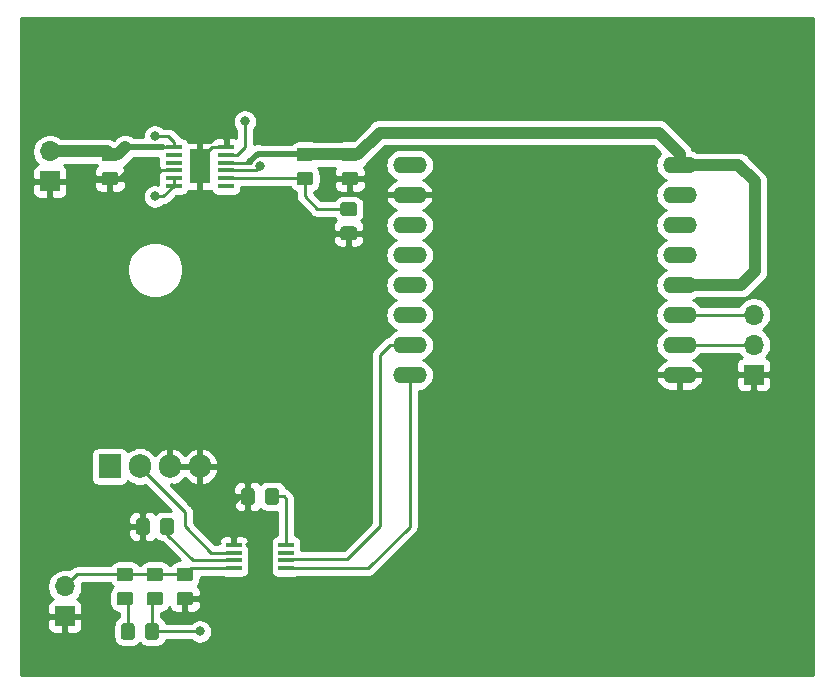
<source format=gbr>
G04 #@! TF.GenerationSoftware,KiCad,Pcbnew,5.1.5+dfsg1-2build2*
G04 #@! TF.CreationDate,2021-09-27T21:09:23+08:00*
G04 #@! TF.ProjectId,esp32-cam,65737033-322d-4636-916d-2e6b69636164,rev?*
G04 #@! TF.SameCoordinates,Original*
G04 #@! TF.FileFunction,Copper,L1,Top*
G04 #@! TF.FilePolarity,Positive*
%FSLAX46Y46*%
G04 Gerber Fmt 4.6, Leading zero omitted, Abs format (unit mm)*
G04 Created by KiCad (PCBNEW 5.1.5+dfsg1-2build2) date 2021-09-27 21:09:23*
%MOMM*%
%LPD*%
G04 APERTURE LIST*
%ADD10O,2.844800X1.422400*%
%ADD11C,0.100000*%
%ADD12R,1.333500X0.431800*%
%ADD13R,1.752600X2.946400*%
%ADD14O,1.700000X1.700000*%
%ADD15R,1.700000X1.700000*%
%ADD16R,1.320800X0.406400*%
%ADD17O,1.905000X2.000000*%
%ADD18R,1.905000X2.000000*%
%ADD19C,0.800000*%
%ADD20C,0.250000*%
%ADD21C,0.500000*%
%ADD22C,1.000000*%
%ADD23C,0.254000*%
G04 APERTURE END LIST*
D10*
X110470000Y-77340000D03*
X110470000Y-79880000D03*
X110470000Y-82420000D03*
X110470000Y-84960000D03*
X110470000Y-87500000D03*
X110470000Y-90040000D03*
X110470000Y-92580000D03*
X110470000Y-95120000D03*
X133330000Y-95120000D03*
X133330000Y-92580000D03*
X133330000Y-90040000D03*
X133330000Y-87500000D03*
X133330000Y-84960000D03*
X133330000Y-82420000D03*
X133330000Y-79880000D03*
X133330000Y-77340000D03*
G04 #@! TA.AperFunction,SMDPad,CuDef*
D11*
G36*
X88224505Y-107251204D02*
G01*
X88248773Y-107254804D01*
X88272572Y-107260765D01*
X88295671Y-107269030D01*
X88317850Y-107279520D01*
X88338893Y-107292132D01*
X88358599Y-107306747D01*
X88376777Y-107323223D01*
X88393253Y-107341401D01*
X88407868Y-107361107D01*
X88420480Y-107382150D01*
X88430970Y-107404329D01*
X88439235Y-107427428D01*
X88445196Y-107451227D01*
X88448796Y-107475495D01*
X88450000Y-107499999D01*
X88450000Y-108400001D01*
X88448796Y-108424505D01*
X88445196Y-108448773D01*
X88439235Y-108472572D01*
X88430970Y-108495671D01*
X88420480Y-108517850D01*
X88407868Y-108538893D01*
X88393253Y-108558599D01*
X88376777Y-108576777D01*
X88358599Y-108593253D01*
X88338893Y-108607868D01*
X88317850Y-108620480D01*
X88295671Y-108630970D01*
X88272572Y-108639235D01*
X88248773Y-108645196D01*
X88224505Y-108648796D01*
X88200001Y-108650000D01*
X87549999Y-108650000D01*
X87525495Y-108648796D01*
X87501227Y-108645196D01*
X87477428Y-108639235D01*
X87454329Y-108630970D01*
X87432150Y-108620480D01*
X87411107Y-108607868D01*
X87391401Y-108593253D01*
X87373223Y-108576777D01*
X87356747Y-108558599D01*
X87342132Y-108538893D01*
X87329520Y-108517850D01*
X87319030Y-108495671D01*
X87310765Y-108472572D01*
X87304804Y-108448773D01*
X87301204Y-108424505D01*
X87300000Y-108400001D01*
X87300000Y-107499999D01*
X87301204Y-107475495D01*
X87304804Y-107451227D01*
X87310765Y-107427428D01*
X87319030Y-107404329D01*
X87329520Y-107382150D01*
X87342132Y-107361107D01*
X87356747Y-107341401D01*
X87373223Y-107323223D01*
X87391401Y-107306747D01*
X87411107Y-107292132D01*
X87432150Y-107279520D01*
X87454329Y-107269030D01*
X87477428Y-107260765D01*
X87501227Y-107254804D01*
X87525495Y-107251204D01*
X87549999Y-107250000D01*
X88200001Y-107250000D01*
X88224505Y-107251204D01*
G37*
G04 #@! TD.AperFunction*
G04 #@! TA.AperFunction,SMDPad,CuDef*
G36*
X90274505Y-107251204D02*
G01*
X90298773Y-107254804D01*
X90322572Y-107260765D01*
X90345671Y-107269030D01*
X90367850Y-107279520D01*
X90388893Y-107292132D01*
X90408599Y-107306747D01*
X90426777Y-107323223D01*
X90443253Y-107341401D01*
X90457868Y-107361107D01*
X90470480Y-107382150D01*
X90480970Y-107404329D01*
X90489235Y-107427428D01*
X90495196Y-107451227D01*
X90498796Y-107475495D01*
X90500000Y-107499999D01*
X90500000Y-108400001D01*
X90498796Y-108424505D01*
X90495196Y-108448773D01*
X90489235Y-108472572D01*
X90480970Y-108495671D01*
X90470480Y-108517850D01*
X90457868Y-108538893D01*
X90443253Y-108558599D01*
X90426777Y-108576777D01*
X90408599Y-108593253D01*
X90388893Y-108607868D01*
X90367850Y-108620480D01*
X90345671Y-108630970D01*
X90322572Y-108639235D01*
X90298773Y-108645196D01*
X90274505Y-108648796D01*
X90250001Y-108650000D01*
X89599999Y-108650000D01*
X89575495Y-108648796D01*
X89551227Y-108645196D01*
X89527428Y-108639235D01*
X89504329Y-108630970D01*
X89482150Y-108620480D01*
X89461107Y-108607868D01*
X89441401Y-108593253D01*
X89423223Y-108576777D01*
X89406747Y-108558599D01*
X89392132Y-108538893D01*
X89379520Y-108517850D01*
X89369030Y-108495671D01*
X89360765Y-108472572D01*
X89354804Y-108448773D01*
X89351204Y-108424505D01*
X89350000Y-108400001D01*
X89350000Y-107499999D01*
X89351204Y-107475495D01*
X89354804Y-107451227D01*
X89360765Y-107427428D01*
X89369030Y-107404329D01*
X89379520Y-107382150D01*
X89392132Y-107361107D01*
X89406747Y-107341401D01*
X89423223Y-107323223D01*
X89441401Y-107306747D01*
X89461107Y-107292132D01*
X89482150Y-107279520D01*
X89504329Y-107269030D01*
X89527428Y-107260765D01*
X89551227Y-107254804D01*
X89575495Y-107251204D01*
X89599999Y-107250000D01*
X90250001Y-107250000D01*
X90274505Y-107251204D01*
G37*
G04 #@! TD.AperFunction*
D12*
X90493850Y-75844400D03*
X90493850Y-76494640D03*
X90493850Y-77144880D03*
X90493850Y-77795120D03*
X90493850Y-78445360D03*
X90493850Y-79095600D03*
X94926150Y-79095600D03*
X94926150Y-78445360D03*
X94926150Y-77795120D03*
X94926150Y-77144880D03*
X94926150Y-76494640D03*
X94926150Y-75844400D03*
D13*
X92710000Y-77470000D03*
D14*
X139600000Y-90020000D03*
X139600000Y-92560000D03*
D15*
X139600000Y-95100000D03*
G04 #@! TA.AperFunction,SMDPad,CuDef*
D11*
G36*
X99164505Y-104711204D02*
G01*
X99188773Y-104714804D01*
X99212572Y-104720765D01*
X99235671Y-104729030D01*
X99257850Y-104739520D01*
X99278893Y-104752132D01*
X99298599Y-104766747D01*
X99316777Y-104783223D01*
X99333253Y-104801401D01*
X99347868Y-104821107D01*
X99360480Y-104842150D01*
X99370970Y-104864329D01*
X99379235Y-104887428D01*
X99385196Y-104911227D01*
X99388796Y-104935495D01*
X99390000Y-104959999D01*
X99390000Y-105860001D01*
X99388796Y-105884505D01*
X99385196Y-105908773D01*
X99379235Y-105932572D01*
X99370970Y-105955671D01*
X99360480Y-105977850D01*
X99347868Y-105998893D01*
X99333253Y-106018599D01*
X99316777Y-106036777D01*
X99298599Y-106053253D01*
X99278893Y-106067868D01*
X99257850Y-106080480D01*
X99235671Y-106090970D01*
X99212572Y-106099235D01*
X99188773Y-106105196D01*
X99164505Y-106108796D01*
X99140001Y-106110000D01*
X98489999Y-106110000D01*
X98465495Y-106108796D01*
X98441227Y-106105196D01*
X98417428Y-106099235D01*
X98394329Y-106090970D01*
X98372150Y-106080480D01*
X98351107Y-106067868D01*
X98331401Y-106053253D01*
X98313223Y-106036777D01*
X98296747Y-106018599D01*
X98282132Y-105998893D01*
X98269520Y-105977850D01*
X98259030Y-105955671D01*
X98250765Y-105932572D01*
X98244804Y-105908773D01*
X98241204Y-105884505D01*
X98240000Y-105860001D01*
X98240000Y-104959999D01*
X98241204Y-104935495D01*
X98244804Y-104911227D01*
X98250765Y-104887428D01*
X98259030Y-104864329D01*
X98269520Y-104842150D01*
X98282132Y-104821107D01*
X98296747Y-104801401D01*
X98313223Y-104783223D01*
X98331401Y-104766747D01*
X98351107Y-104752132D01*
X98372150Y-104739520D01*
X98394329Y-104729030D01*
X98417428Y-104720765D01*
X98441227Y-104714804D01*
X98465495Y-104711204D01*
X98489999Y-104710000D01*
X99140001Y-104710000D01*
X99164505Y-104711204D01*
G37*
G04 #@! TD.AperFunction*
G04 #@! TA.AperFunction,SMDPad,CuDef*
G36*
X97114505Y-104711204D02*
G01*
X97138773Y-104714804D01*
X97162572Y-104720765D01*
X97185671Y-104729030D01*
X97207850Y-104739520D01*
X97228893Y-104752132D01*
X97248599Y-104766747D01*
X97266777Y-104783223D01*
X97283253Y-104801401D01*
X97297868Y-104821107D01*
X97310480Y-104842150D01*
X97320970Y-104864329D01*
X97329235Y-104887428D01*
X97335196Y-104911227D01*
X97338796Y-104935495D01*
X97340000Y-104959999D01*
X97340000Y-105860001D01*
X97338796Y-105884505D01*
X97335196Y-105908773D01*
X97329235Y-105932572D01*
X97320970Y-105955671D01*
X97310480Y-105977850D01*
X97297868Y-105998893D01*
X97283253Y-106018599D01*
X97266777Y-106036777D01*
X97248599Y-106053253D01*
X97228893Y-106067868D01*
X97207850Y-106080480D01*
X97185671Y-106090970D01*
X97162572Y-106099235D01*
X97138773Y-106105196D01*
X97114505Y-106108796D01*
X97090001Y-106110000D01*
X96439999Y-106110000D01*
X96415495Y-106108796D01*
X96391227Y-106105196D01*
X96367428Y-106099235D01*
X96344329Y-106090970D01*
X96322150Y-106080480D01*
X96301107Y-106067868D01*
X96281401Y-106053253D01*
X96263223Y-106036777D01*
X96246747Y-106018599D01*
X96232132Y-105998893D01*
X96219520Y-105977850D01*
X96209030Y-105955671D01*
X96200765Y-105932572D01*
X96194804Y-105908773D01*
X96191204Y-105884505D01*
X96190000Y-105860001D01*
X96190000Y-104959999D01*
X96191204Y-104935495D01*
X96194804Y-104911227D01*
X96200765Y-104887428D01*
X96209030Y-104864329D01*
X96219520Y-104842150D01*
X96232132Y-104821107D01*
X96246747Y-104801401D01*
X96263223Y-104783223D01*
X96281401Y-104766747D01*
X96301107Y-104752132D01*
X96322150Y-104739520D01*
X96344329Y-104729030D01*
X96367428Y-104720765D01*
X96391227Y-104714804D01*
X96415495Y-104711204D01*
X96439999Y-104710000D01*
X97090001Y-104710000D01*
X97114505Y-104711204D01*
G37*
G04 #@! TD.AperFunction*
D16*
X99999800Y-111465360D03*
X99999800Y-110815120D03*
X99999800Y-110164880D03*
X99999800Y-109514640D03*
X95580200Y-109514640D03*
X95580200Y-110164880D03*
X95580200Y-110815120D03*
X95580200Y-111465360D03*
G04 #@! TA.AperFunction,SMDPad,CuDef*
D11*
G36*
X105884505Y-77921204D02*
G01*
X105908773Y-77924804D01*
X105932572Y-77930765D01*
X105955671Y-77939030D01*
X105977850Y-77949520D01*
X105998893Y-77962132D01*
X106018599Y-77976747D01*
X106036777Y-77993223D01*
X106053253Y-78011401D01*
X106067868Y-78031107D01*
X106080480Y-78052150D01*
X106090970Y-78074329D01*
X106099235Y-78097428D01*
X106105196Y-78121227D01*
X106108796Y-78145495D01*
X106110000Y-78169999D01*
X106110000Y-78820001D01*
X106108796Y-78844505D01*
X106105196Y-78868773D01*
X106099235Y-78892572D01*
X106090970Y-78915671D01*
X106080480Y-78937850D01*
X106067868Y-78958893D01*
X106053253Y-78978599D01*
X106036777Y-78996777D01*
X106018599Y-79013253D01*
X105998893Y-79027868D01*
X105977850Y-79040480D01*
X105955671Y-79050970D01*
X105932572Y-79059235D01*
X105908773Y-79065196D01*
X105884505Y-79068796D01*
X105860001Y-79070000D01*
X104959999Y-79070000D01*
X104935495Y-79068796D01*
X104911227Y-79065196D01*
X104887428Y-79059235D01*
X104864329Y-79050970D01*
X104842150Y-79040480D01*
X104821107Y-79027868D01*
X104801401Y-79013253D01*
X104783223Y-78996777D01*
X104766747Y-78978599D01*
X104752132Y-78958893D01*
X104739520Y-78937850D01*
X104729030Y-78915671D01*
X104720765Y-78892572D01*
X104714804Y-78868773D01*
X104711204Y-78844505D01*
X104710000Y-78820001D01*
X104710000Y-78169999D01*
X104711204Y-78145495D01*
X104714804Y-78121227D01*
X104720765Y-78097428D01*
X104729030Y-78074329D01*
X104739520Y-78052150D01*
X104752132Y-78031107D01*
X104766747Y-78011401D01*
X104783223Y-77993223D01*
X104801401Y-77976747D01*
X104821107Y-77962132D01*
X104842150Y-77949520D01*
X104864329Y-77939030D01*
X104887428Y-77930765D01*
X104911227Y-77924804D01*
X104935495Y-77921204D01*
X104959999Y-77920000D01*
X105860001Y-77920000D01*
X105884505Y-77921204D01*
G37*
G04 #@! TD.AperFunction*
G04 #@! TA.AperFunction,SMDPad,CuDef*
G36*
X105884505Y-75871204D02*
G01*
X105908773Y-75874804D01*
X105932572Y-75880765D01*
X105955671Y-75889030D01*
X105977850Y-75899520D01*
X105998893Y-75912132D01*
X106018599Y-75926747D01*
X106036777Y-75943223D01*
X106053253Y-75961401D01*
X106067868Y-75981107D01*
X106080480Y-76002150D01*
X106090970Y-76024329D01*
X106099235Y-76047428D01*
X106105196Y-76071227D01*
X106108796Y-76095495D01*
X106110000Y-76119999D01*
X106110000Y-76770001D01*
X106108796Y-76794505D01*
X106105196Y-76818773D01*
X106099235Y-76842572D01*
X106090970Y-76865671D01*
X106080480Y-76887850D01*
X106067868Y-76908893D01*
X106053253Y-76928599D01*
X106036777Y-76946777D01*
X106018599Y-76963253D01*
X105998893Y-76977868D01*
X105977850Y-76990480D01*
X105955671Y-77000970D01*
X105932572Y-77009235D01*
X105908773Y-77015196D01*
X105884505Y-77018796D01*
X105860001Y-77020000D01*
X104959999Y-77020000D01*
X104935495Y-77018796D01*
X104911227Y-77015196D01*
X104887428Y-77009235D01*
X104864329Y-77000970D01*
X104842150Y-76990480D01*
X104821107Y-76977868D01*
X104801401Y-76963253D01*
X104783223Y-76946777D01*
X104766747Y-76928599D01*
X104752132Y-76908893D01*
X104739520Y-76887850D01*
X104729030Y-76865671D01*
X104720765Y-76842572D01*
X104714804Y-76818773D01*
X104711204Y-76794505D01*
X104710000Y-76770001D01*
X104710000Y-76119999D01*
X104711204Y-76095495D01*
X104714804Y-76071227D01*
X104720765Y-76047428D01*
X104729030Y-76024329D01*
X104739520Y-76002150D01*
X104752132Y-75981107D01*
X104766747Y-75961401D01*
X104783223Y-75943223D01*
X104801401Y-75926747D01*
X104821107Y-75912132D01*
X104842150Y-75899520D01*
X104864329Y-75889030D01*
X104887428Y-75880765D01*
X104911227Y-75874804D01*
X104935495Y-75871204D01*
X104959999Y-75870000D01*
X105860001Y-75870000D01*
X105884505Y-75871204D01*
G37*
G04 #@! TD.AperFunction*
G04 #@! TA.AperFunction,SMDPad,CuDef*
G36*
X102074505Y-77921204D02*
G01*
X102098773Y-77924804D01*
X102122572Y-77930765D01*
X102145671Y-77939030D01*
X102167850Y-77949520D01*
X102188893Y-77962132D01*
X102208599Y-77976747D01*
X102226777Y-77993223D01*
X102243253Y-78011401D01*
X102257868Y-78031107D01*
X102270480Y-78052150D01*
X102280970Y-78074329D01*
X102289235Y-78097428D01*
X102295196Y-78121227D01*
X102298796Y-78145495D01*
X102300000Y-78169999D01*
X102300000Y-78820001D01*
X102298796Y-78844505D01*
X102295196Y-78868773D01*
X102289235Y-78892572D01*
X102280970Y-78915671D01*
X102270480Y-78937850D01*
X102257868Y-78958893D01*
X102243253Y-78978599D01*
X102226777Y-78996777D01*
X102208599Y-79013253D01*
X102188893Y-79027868D01*
X102167850Y-79040480D01*
X102145671Y-79050970D01*
X102122572Y-79059235D01*
X102098773Y-79065196D01*
X102074505Y-79068796D01*
X102050001Y-79070000D01*
X101149999Y-79070000D01*
X101125495Y-79068796D01*
X101101227Y-79065196D01*
X101077428Y-79059235D01*
X101054329Y-79050970D01*
X101032150Y-79040480D01*
X101011107Y-79027868D01*
X100991401Y-79013253D01*
X100973223Y-78996777D01*
X100956747Y-78978599D01*
X100942132Y-78958893D01*
X100929520Y-78937850D01*
X100919030Y-78915671D01*
X100910765Y-78892572D01*
X100904804Y-78868773D01*
X100901204Y-78844505D01*
X100900000Y-78820001D01*
X100900000Y-78169999D01*
X100901204Y-78145495D01*
X100904804Y-78121227D01*
X100910765Y-78097428D01*
X100919030Y-78074329D01*
X100929520Y-78052150D01*
X100942132Y-78031107D01*
X100956747Y-78011401D01*
X100973223Y-77993223D01*
X100991401Y-77976747D01*
X101011107Y-77962132D01*
X101032150Y-77949520D01*
X101054329Y-77939030D01*
X101077428Y-77930765D01*
X101101227Y-77924804D01*
X101125495Y-77921204D01*
X101149999Y-77920000D01*
X102050001Y-77920000D01*
X102074505Y-77921204D01*
G37*
G04 #@! TD.AperFunction*
G04 #@! TA.AperFunction,SMDPad,CuDef*
G36*
X102074505Y-75871204D02*
G01*
X102098773Y-75874804D01*
X102122572Y-75880765D01*
X102145671Y-75889030D01*
X102167850Y-75899520D01*
X102188893Y-75912132D01*
X102208599Y-75926747D01*
X102226777Y-75943223D01*
X102243253Y-75961401D01*
X102257868Y-75981107D01*
X102270480Y-76002150D01*
X102280970Y-76024329D01*
X102289235Y-76047428D01*
X102295196Y-76071227D01*
X102298796Y-76095495D01*
X102300000Y-76119999D01*
X102300000Y-76770001D01*
X102298796Y-76794505D01*
X102295196Y-76818773D01*
X102289235Y-76842572D01*
X102280970Y-76865671D01*
X102270480Y-76887850D01*
X102257868Y-76908893D01*
X102243253Y-76928599D01*
X102226777Y-76946777D01*
X102208599Y-76963253D01*
X102188893Y-76977868D01*
X102167850Y-76990480D01*
X102145671Y-77000970D01*
X102122572Y-77009235D01*
X102098773Y-77015196D01*
X102074505Y-77018796D01*
X102050001Y-77020000D01*
X101149999Y-77020000D01*
X101125495Y-77018796D01*
X101101227Y-77015196D01*
X101077428Y-77009235D01*
X101054329Y-77000970D01*
X101032150Y-76990480D01*
X101011107Y-76977868D01*
X100991401Y-76963253D01*
X100973223Y-76946777D01*
X100956747Y-76928599D01*
X100942132Y-76908893D01*
X100929520Y-76887850D01*
X100919030Y-76865671D01*
X100910765Y-76842572D01*
X100904804Y-76818773D01*
X100901204Y-76794505D01*
X100900000Y-76770001D01*
X100900000Y-76119999D01*
X100901204Y-76095495D01*
X100904804Y-76071227D01*
X100910765Y-76047428D01*
X100919030Y-76024329D01*
X100929520Y-76002150D01*
X100942132Y-75981107D01*
X100956747Y-75961401D01*
X100973223Y-75943223D01*
X100991401Y-75926747D01*
X101011107Y-75912132D01*
X101032150Y-75899520D01*
X101054329Y-75889030D01*
X101077428Y-75880765D01*
X101101227Y-75874804D01*
X101125495Y-75871204D01*
X101149999Y-75870000D01*
X102050001Y-75870000D01*
X102074505Y-75871204D01*
G37*
G04 #@! TD.AperFunction*
G04 #@! TA.AperFunction,SMDPad,CuDef*
G36*
X89004505Y-116141204D02*
G01*
X89028773Y-116144804D01*
X89052572Y-116150765D01*
X89075671Y-116159030D01*
X89097850Y-116169520D01*
X89118893Y-116182132D01*
X89138599Y-116196747D01*
X89156777Y-116213223D01*
X89173253Y-116231401D01*
X89187868Y-116251107D01*
X89200480Y-116272150D01*
X89210970Y-116294329D01*
X89219235Y-116317428D01*
X89225196Y-116341227D01*
X89228796Y-116365495D01*
X89230000Y-116389999D01*
X89230000Y-117290001D01*
X89228796Y-117314505D01*
X89225196Y-117338773D01*
X89219235Y-117362572D01*
X89210970Y-117385671D01*
X89200480Y-117407850D01*
X89187868Y-117428893D01*
X89173253Y-117448599D01*
X89156777Y-117466777D01*
X89138599Y-117483253D01*
X89118893Y-117497868D01*
X89097850Y-117510480D01*
X89075671Y-117520970D01*
X89052572Y-117529235D01*
X89028773Y-117535196D01*
X89004505Y-117538796D01*
X88980001Y-117540000D01*
X88329999Y-117540000D01*
X88305495Y-117538796D01*
X88281227Y-117535196D01*
X88257428Y-117529235D01*
X88234329Y-117520970D01*
X88212150Y-117510480D01*
X88191107Y-117497868D01*
X88171401Y-117483253D01*
X88153223Y-117466777D01*
X88136747Y-117448599D01*
X88122132Y-117428893D01*
X88109520Y-117407850D01*
X88099030Y-117385671D01*
X88090765Y-117362572D01*
X88084804Y-117338773D01*
X88081204Y-117314505D01*
X88080000Y-117290001D01*
X88080000Y-116389999D01*
X88081204Y-116365495D01*
X88084804Y-116341227D01*
X88090765Y-116317428D01*
X88099030Y-116294329D01*
X88109520Y-116272150D01*
X88122132Y-116251107D01*
X88136747Y-116231401D01*
X88153223Y-116213223D01*
X88171401Y-116196747D01*
X88191107Y-116182132D01*
X88212150Y-116169520D01*
X88234329Y-116159030D01*
X88257428Y-116150765D01*
X88281227Y-116144804D01*
X88305495Y-116141204D01*
X88329999Y-116140000D01*
X88980001Y-116140000D01*
X89004505Y-116141204D01*
G37*
G04 #@! TD.AperFunction*
G04 #@! TA.AperFunction,SMDPad,CuDef*
G36*
X86954505Y-116141204D02*
G01*
X86978773Y-116144804D01*
X87002572Y-116150765D01*
X87025671Y-116159030D01*
X87047850Y-116169520D01*
X87068893Y-116182132D01*
X87088599Y-116196747D01*
X87106777Y-116213223D01*
X87123253Y-116231401D01*
X87137868Y-116251107D01*
X87150480Y-116272150D01*
X87160970Y-116294329D01*
X87169235Y-116317428D01*
X87175196Y-116341227D01*
X87178796Y-116365495D01*
X87180000Y-116389999D01*
X87180000Y-117290001D01*
X87178796Y-117314505D01*
X87175196Y-117338773D01*
X87169235Y-117362572D01*
X87160970Y-117385671D01*
X87150480Y-117407850D01*
X87137868Y-117428893D01*
X87123253Y-117448599D01*
X87106777Y-117466777D01*
X87088599Y-117483253D01*
X87068893Y-117497868D01*
X87047850Y-117510480D01*
X87025671Y-117520970D01*
X87002572Y-117529235D01*
X86978773Y-117535196D01*
X86954505Y-117538796D01*
X86930001Y-117540000D01*
X86279999Y-117540000D01*
X86255495Y-117538796D01*
X86231227Y-117535196D01*
X86207428Y-117529235D01*
X86184329Y-117520970D01*
X86162150Y-117510480D01*
X86141107Y-117497868D01*
X86121401Y-117483253D01*
X86103223Y-117466777D01*
X86086747Y-117448599D01*
X86072132Y-117428893D01*
X86059520Y-117407850D01*
X86049030Y-117385671D01*
X86040765Y-117362572D01*
X86034804Y-117338773D01*
X86031204Y-117314505D01*
X86030000Y-117290001D01*
X86030000Y-116389999D01*
X86031204Y-116365495D01*
X86034804Y-116341227D01*
X86040765Y-116317428D01*
X86049030Y-116294329D01*
X86059520Y-116272150D01*
X86072132Y-116251107D01*
X86086747Y-116231401D01*
X86103223Y-116213223D01*
X86121401Y-116196747D01*
X86141107Y-116182132D01*
X86162150Y-116169520D01*
X86184329Y-116159030D01*
X86207428Y-116150765D01*
X86231227Y-116144804D01*
X86255495Y-116141204D01*
X86279999Y-116140000D01*
X86930001Y-116140000D01*
X86954505Y-116141204D01*
G37*
G04 #@! TD.AperFunction*
D14*
X80010000Y-76200000D03*
D15*
X80010000Y-78740000D03*
G04 #@! TA.AperFunction,SMDPad,CuDef*
D11*
G36*
X105774505Y-82551204D02*
G01*
X105798773Y-82554804D01*
X105822572Y-82560765D01*
X105845671Y-82569030D01*
X105867850Y-82579520D01*
X105888893Y-82592132D01*
X105908599Y-82606747D01*
X105926777Y-82623223D01*
X105943253Y-82641401D01*
X105957868Y-82661107D01*
X105970480Y-82682150D01*
X105980970Y-82704329D01*
X105989235Y-82727428D01*
X105995196Y-82751227D01*
X105998796Y-82775495D01*
X106000000Y-82799999D01*
X106000000Y-83450001D01*
X105998796Y-83474505D01*
X105995196Y-83498773D01*
X105989235Y-83522572D01*
X105980970Y-83545671D01*
X105970480Y-83567850D01*
X105957868Y-83588893D01*
X105943253Y-83608599D01*
X105926777Y-83626777D01*
X105908599Y-83643253D01*
X105888893Y-83657868D01*
X105867850Y-83670480D01*
X105845671Y-83680970D01*
X105822572Y-83689235D01*
X105798773Y-83695196D01*
X105774505Y-83698796D01*
X105750001Y-83700000D01*
X104849999Y-83700000D01*
X104825495Y-83698796D01*
X104801227Y-83695196D01*
X104777428Y-83689235D01*
X104754329Y-83680970D01*
X104732150Y-83670480D01*
X104711107Y-83657868D01*
X104691401Y-83643253D01*
X104673223Y-83626777D01*
X104656747Y-83608599D01*
X104642132Y-83588893D01*
X104629520Y-83567850D01*
X104619030Y-83545671D01*
X104610765Y-83522572D01*
X104604804Y-83498773D01*
X104601204Y-83474505D01*
X104600000Y-83450001D01*
X104600000Y-82799999D01*
X104601204Y-82775495D01*
X104604804Y-82751227D01*
X104610765Y-82727428D01*
X104619030Y-82704329D01*
X104629520Y-82682150D01*
X104642132Y-82661107D01*
X104656747Y-82641401D01*
X104673223Y-82623223D01*
X104691401Y-82606747D01*
X104711107Y-82592132D01*
X104732150Y-82579520D01*
X104754329Y-82569030D01*
X104777428Y-82560765D01*
X104801227Y-82554804D01*
X104825495Y-82551204D01*
X104849999Y-82550000D01*
X105750001Y-82550000D01*
X105774505Y-82551204D01*
G37*
G04 #@! TD.AperFunction*
G04 #@! TA.AperFunction,SMDPad,CuDef*
G36*
X105774505Y-80501204D02*
G01*
X105798773Y-80504804D01*
X105822572Y-80510765D01*
X105845671Y-80519030D01*
X105867850Y-80529520D01*
X105888893Y-80542132D01*
X105908599Y-80556747D01*
X105926777Y-80573223D01*
X105943253Y-80591401D01*
X105957868Y-80611107D01*
X105970480Y-80632150D01*
X105980970Y-80654329D01*
X105989235Y-80677428D01*
X105995196Y-80701227D01*
X105998796Y-80725495D01*
X106000000Y-80749999D01*
X106000000Y-81400001D01*
X105998796Y-81424505D01*
X105995196Y-81448773D01*
X105989235Y-81472572D01*
X105980970Y-81495671D01*
X105970480Y-81517850D01*
X105957868Y-81538893D01*
X105943253Y-81558599D01*
X105926777Y-81576777D01*
X105908599Y-81593253D01*
X105888893Y-81607868D01*
X105867850Y-81620480D01*
X105845671Y-81630970D01*
X105822572Y-81639235D01*
X105798773Y-81645196D01*
X105774505Y-81648796D01*
X105750001Y-81650000D01*
X104849999Y-81650000D01*
X104825495Y-81648796D01*
X104801227Y-81645196D01*
X104777428Y-81639235D01*
X104754329Y-81630970D01*
X104732150Y-81620480D01*
X104711107Y-81607868D01*
X104691401Y-81593253D01*
X104673223Y-81576777D01*
X104656747Y-81558599D01*
X104642132Y-81538893D01*
X104629520Y-81517850D01*
X104619030Y-81495671D01*
X104610765Y-81472572D01*
X104604804Y-81448773D01*
X104601204Y-81424505D01*
X104600000Y-81400001D01*
X104600000Y-80749999D01*
X104601204Y-80725495D01*
X104604804Y-80701227D01*
X104610765Y-80677428D01*
X104619030Y-80654329D01*
X104629520Y-80632150D01*
X104642132Y-80611107D01*
X104656747Y-80591401D01*
X104673223Y-80573223D01*
X104691401Y-80556747D01*
X104711107Y-80542132D01*
X104732150Y-80529520D01*
X104754329Y-80519030D01*
X104777428Y-80510765D01*
X104801227Y-80504804D01*
X104825495Y-80501204D01*
X104849999Y-80500000D01*
X105750001Y-80500000D01*
X105774505Y-80501204D01*
G37*
G04 #@! TD.AperFunction*
G04 #@! TA.AperFunction,SMDPad,CuDef*
G36*
X91914505Y-111431204D02*
G01*
X91938773Y-111434804D01*
X91962572Y-111440765D01*
X91985671Y-111449030D01*
X92007850Y-111459520D01*
X92028893Y-111472132D01*
X92048599Y-111486747D01*
X92066777Y-111503223D01*
X92083253Y-111521401D01*
X92097868Y-111541107D01*
X92110480Y-111562150D01*
X92120970Y-111584329D01*
X92129235Y-111607428D01*
X92135196Y-111631227D01*
X92138796Y-111655495D01*
X92140000Y-111679999D01*
X92140000Y-112330001D01*
X92138796Y-112354505D01*
X92135196Y-112378773D01*
X92129235Y-112402572D01*
X92120970Y-112425671D01*
X92110480Y-112447850D01*
X92097868Y-112468893D01*
X92083253Y-112488599D01*
X92066777Y-112506777D01*
X92048599Y-112523253D01*
X92028893Y-112537868D01*
X92007850Y-112550480D01*
X91985671Y-112560970D01*
X91962572Y-112569235D01*
X91938773Y-112575196D01*
X91914505Y-112578796D01*
X91890001Y-112580000D01*
X90989999Y-112580000D01*
X90965495Y-112578796D01*
X90941227Y-112575196D01*
X90917428Y-112569235D01*
X90894329Y-112560970D01*
X90872150Y-112550480D01*
X90851107Y-112537868D01*
X90831401Y-112523253D01*
X90813223Y-112506777D01*
X90796747Y-112488599D01*
X90782132Y-112468893D01*
X90769520Y-112447850D01*
X90759030Y-112425671D01*
X90750765Y-112402572D01*
X90744804Y-112378773D01*
X90741204Y-112354505D01*
X90740000Y-112330001D01*
X90740000Y-111679999D01*
X90741204Y-111655495D01*
X90744804Y-111631227D01*
X90750765Y-111607428D01*
X90759030Y-111584329D01*
X90769520Y-111562150D01*
X90782132Y-111541107D01*
X90796747Y-111521401D01*
X90813223Y-111503223D01*
X90831401Y-111486747D01*
X90851107Y-111472132D01*
X90872150Y-111459520D01*
X90894329Y-111449030D01*
X90917428Y-111440765D01*
X90941227Y-111434804D01*
X90965495Y-111431204D01*
X90989999Y-111430000D01*
X91890001Y-111430000D01*
X91914505Y-111431204D01*
G37*
G04 #@! TD.AperFunction*
G04 #@! TA.AperFunction,SMDPad,CuDef*
G36*
X91914505Y-113481204D02*
G01*
X91938773Y-113484804D01*
X91962572Y-113490765D01*
X91985671Y-113499030D01*
X92007850Y-113509520D01*
X92028893Y-113522132D01*
X92048599Y-113536747D01*
X92066777Y-113553223D01*
X92083253Y-113571401D01*
X92097868Y-113591107D01*
X92110480Y-113612150D01*
X92120970Y-113634329D01*
X92129235Y-113657428D01*
X92135196Y-113681227D01*
X92138796Y-113705495D01*
X92140000Y-113729999D01*
X92140000Y-114380001D01*
X92138796Y-114404505D01*
X92135196Y-114428773D01*
X92129235Y-114452572D01*
X92120970Y-114475671D01*
X92110480Y-114497850D01*
X92097868Y-114518893D01*
X92083253Y-114538599D01*
X92066777Y-114556777D01*
X92048599Y-114573253D01*
X92028893Y-114587868D01*
X92007850Y-114600480D01*
X91985671Y-114610970D01*
X91962572Y-114619235D01*
X91938773Y-114625196D01*
X91914505Y-114628796D01*
X91890001Y-114630000D01*
X90989999Y-114630000D01*
X90965495Y-114628796D01*
X90941227Y-114625196D01*
X90917428Y-114619235D01*
X90894329Y-114610970D01*
X90872150Y-114600480D01*
X90851107Y-114587868D01*
X90831401Y-114573253D01*
X90813223Y-114556777D01*
X90796747Y-114538599D01*
X90782132Y-114518893D01*
X90769520Y-114497850D01*
X90759030Y-114475671D01*
X90750765Y-114452572D01*
X90744804Y-114428773D01*
X90741204Y-114404505D01*
X90740000Y-114380001D01*
X90740000Y-113729999D01*
X90741204Y-113705495D01*
X90744804Y-113681227D01*
X90750765Y-113657428D01*
X90759030Y-113634329D01*
X90769520Y-113612150D01*
X90782132Y-113591107D01*
X90796747Y-113571401D01*
X90813223Y-113553223D01*
X90831401Y-113536747D01*
X90851107Y-113522132D01*
X90872150Y-113509520D01*
X90894329Y-113499030D01*
X90917428Y-113490765D01*
X90941227Y-113484804D01*
X90965495Y-113481204D01*
X90989999Y-113480000D01*
X91890001Y-113480000D01*
X91914505Y-113481204D01*
G37*
G04 #@! TD.AperFunction*
D17*
X92710000Y-102870000D03*
X90170000Y-102870000D03*
X87630000Y-102870000D03*
D18*
X85090000Y-102870000D03*
G04 #@! TA.AperFunction,SMDPad,CuDef*
D11*
G36*
X85564505Y-77921204D02*
G01*
X85588773Y-77924804D01*
X85612572Y-77930765D01*
X85635671Y-77939030D01*
X85657850Y-77949520D01*
X85678893Y-77962132D01*
X85698599Y-77976747D01*
X85716777Y-77993223D01*
X85733253Y-78011401D01*
X85747868Y-78031107D01*
X85760480Y-78052150D01*
X85770970Y-78074329D01*
X85779235Y-78097428D01*
X85785196Y-78121227D01*
X85788796Y-78145495D01*
X85790000Y-78169999D01*
X85790000Y-78820001D01*
X85788796Y-78844505D01*
X85785196Y-78868773D01*
X85779235Y-78892572D01*
X85770970Y-78915671D01*
X85760480Y-78937850D01*
X85747868Y-78958893D01*
X85733253Y-78978599D01*
X85716777Y-78996777D01*
X85698599Y-79013253D01*
X85678893Y-79027868D01*
X85657850Y-79040480D01*
X85635671Y-79050970D01*
X85612572Y-79059235D01*
X85588773Y-79065196D01*
X85564505Y-79068796D01*
X85540001Y-79070000D01*
X84639999Y-79070000D01*
X84615495Y-79068796D01*
X84591227Y-79065196D01*
X84567428Y-79059235D01*
X84544329Y-79050970D01*
X84522150Y-79040480D01*
X84501107Y-79027868D01*
X84481401Y-79013253D01*
X84463223Y-78996777D01*
X84446747Y-78978599D01*
X84432132Y-78958893D01*
X84419520Y-78937850D01*
X84409030Y-78915671D01*
X84400765Y-78892572D01*
X84394804Y-78868773D01*
X84391204Y-78844505D01*
X84390000Y-78820001D01*
X84390000Y-78169999D01*
X84391204Y-78145495D01*
X84394804Y-78121227D01*
X84400765Y-78097428D01*
X84409030Y-78074329D01*
X84419520Y-78052150D01*
X84432132Y-78031107D01*
X84446747Y-78011401D01*
X84463223Y-77993223D01*
X84481401Y-77976747D01*
X84501107Y-77962132D01*
X84522150Y-77949520D01*
X84544329Y-77939030D01*
X84567428Y-77930765D01*
X84591227Y-77924804D01*
X84615495Y-77921204D01*
X84639999Y-77920000D01*
X85540001Y-77920000D01*
X85564505Y-77921204D01*
G37*
G04 #@! TD.AperFunction*
G04 #@! TA.AperFunction,SMDPad,CuDef*
G36*
X85564505Y-75871204D02*
G01*
X85588773Y-75874804D01*
X85612572Y-75880765D01*
X85635671Y-75889030D01*
X85657850Y-75899520D01*
X85678893Y-75912132D01*
X85698599Y-75926747D01*
X85716777Y-75943223D01*
X85733253Y-75961401D01*
X85747868Y-75981107D01*
X85760480Y-76002150D01*
X85770970Y-76024329D01*
X85779235Y-76047428D01*
X85785196Y-76071227D01*
X85788796Y-76095495D01*
X85790000Y-76119999D01*
X85790000Y-76770001D01*
X85788796Y-76794505D01*
X85785196Y-76818773D01*
X85779235Y-76842572D01*
X85770970Y-76865671D01*
X85760480Y-76887850D01*
X85747868Y-76908893D01*
X85733253Y-76928599D01*
X85716777Y-76946777D01*
X85698599Y-76963253D01*
X85678893Y-76977868D01*
X85657850Y-76990480D01*
X85635671Y-77000970D01*
X85612572Y-77009235D01*
X85588773Y-77015196D01*
X85564505Y-77018796D01*
X85540001Y-77020000D01*
X84639999Y-77020000D01*
X84615495Y-77018796D01*
X84591227Y-77015196D01*
X84567428Y-77009235D01*
X84544329Y-77000970D01*
X84522150Y-76990480D01*
X84501107Y-76977868D01*
X84481401Y-76963253D01*
X84463223Y-76946777D01*
X84446747Y-76928599D01*
X84432132Y-76908893D01*
X84419520Y-76887850D01*
X84409030Y-76865671D01*
X84400765Y-76842572D01*
X84394804Y-76818773D01*
X84391204Y-76794505D01*
X84390000Y-76770001D01*
X84390000Y-76119999D01*
X84391204Y-76095495D01*
X84394804Y-76071227D01*
X84400765Y-76047428D01*
X84409030Y-76024329D01*
X84419520Y-76002150D01*
X84432132Y-75981107D01*
X84446747Y-75961401D01*
X84463223Y-75943223D01*
X84481401Y-75926747D01*
X84501107Y-75912132D01*
X84522150Y-75899520D01*
X84544329Y-75889030D01*
X84567428Y-75880765D01*
X84591227Y-75874804D01*
X84615495Y-75871204D01*
X84639999Y-75870000D01*
X85540001Y-75870000D01*
X85564505Y-75871204D01*
G37*
G04 #@! TD.AperFunction*
G04 #@! TA.AperFunction,SMDPad,CuDef*
G36*
X86834505Y-113481204D02*
G01*
X86858773Y-113484804D01*
X86882572Y-113490765D01*
X86905671Y-113499030D01*
X86927850Y-113509520D01*
X86948893Y-113522132D01*
X86968599Y-113536747D01*
X86986777Y-113553223D01*
X87003253Y-113571401D01*
X87017868Y-113591107D01*
X87030480Y-113612150D01*
X87040970Y-113634329D01*
X87049235Y-113657428D01*
X87055196Y-113681227D01*
X87058796Y-113705495D01*
X87060000Y-113729999D01*
X87060000Y-114380001D01*
X87058796Y-114404505D01*
X87055196Y-114428773D01*
X87049235Y-114452572D01*
X87040970Y-114475671D01*
X87030480Y-114497850D01*
X87017868Y-114518893D01*
X87003253Y-114538599D01*
X86986777Y-114556777D01*
X86968599Y-114573253D01*
X86948893Y-114587868D01*
X86927850Y-114600480D01*
X86905671Y-114610970D01*
X86882572Y-114619235D01*
X86858773Y-114625196D01*
X86834505Y-114628796D01*
X86810001Y-114630000D01*
X85909999Y-114630000D01*
X85885495Y-114628796D01*
X85861227Y-114625196D01*
X85837428Y-114619235D01*
X85814329Y-114610970D01*
X85792150Y-114600480D01*
X85771107Y-114587868D01*
X85751401Y-114573253D01*
X85733223Y-114556777D01*
X85716747Y-114538599D01*
X85702132Y-114518893D01*
X85689520Y-114497850D01*
X85679030Y-114475671D01*
X85670765Y-114452572D01*
X85664804Y-114428773D01*
X85661204Y-114404505D01*
X85660000Y-114380001D01*
X85660000Y-113729999D01*
X85661204Y-113705495D01*
X85664804Y-113681227D01*
X85670765Y-113657428D01*
X85679030Y-113634329D01*
X85689520Y-113612150D01*
X85702132Y-113591107D01*
X85716747Y-113571401D01*
X85733223Y-113553223D01*
X85751401Y-113536747D01*
X85771107Y-113522132D01*
X85792150Y-113509520D01*
X85814329Y-113499030D01*
X85837428Y-113490765D01*
X85861227Y-113484804D01*
X85885495Y-113481204D01*
X85909999Y-113480000D01*
X86810001Y-113480000D01*
X86834505Y-113481204D01*
G37*
G04 #@! TD.AperFunction*
G04 #@! TA.AperFunction,SMDPad,CuDef*
G36*
X86834505Y-111431204D02*
G01*
X86858773Y-111434804D01*
X86882572Y-111440765D01*
X86905671Y-111449030D01*
X86927850Y-111459520D01*
X86948893Y-111472132D01*
X86968599Y-111486747D01*
X86986777Y-111503223D01*
X87003253Y-111521401D01*
X87017868Y-111541107D01*
X87030480Y-111562150D01*
X87040970Y-111584329D01*
X87049235Y-111607428D01*
X87055196Y-111631227D01*
X87058796Y-111655495D01*
X87060000Y-111679999D01*
X87060000Y-112330001D01*
X87058796Y-112354505D01*
X87055196Y-112378773D01*
X87049235Y-112402572D01*
X87040970Y-112425671D01*
X87030480Y-112447850D01*
X87017868Y-112468893D01*
X87003253Y-112488599D01*
X86986777Y-112506777D01*
X86968599Y-112523253D01*
X86948893Y-112537868D01*
X86927850Y-112550480D01*
X86905671Y-112560970D01*
X86882572Y-112569235D01*
X86858773Y-112575196D01*
X86834505Y-112578796D01*
X86810001Y-112580000D01*
X85909999Y-112580000D01*
X85885495Y-112578796D01*
X85861227Y-112575196D01*
X85837428Y-112569235D01*
X85814329Y-112560970D01*
X85792150Y-112550480D01*
X85771107Y-112537868D01*
X85751401Y-112523253D01*
X85733223Y-112506777D01*
X85716747Y-112488599D01*
X85702132Y-112468893D01*
X85689520Y-112447850D01*
X85679030Y-112425671D01*
X85670765Y-112402572D01*
X85664804Y-112378773D01*
X85661204Y-112354505D01*
X85660000Y-112330001D01*
X85660000Y-111679999D01*
X85661204Y-111655495D01*
X85664804Y-111631227D01*
X85670765Y-111607428D01*
X85679030Y-111584329D01*
X85689520Y-111562150D01*
X85702132Y-111541107D01*
X85716747Y-111521401D01*
X85733223Y-111503223D01*
X85751401Y-111486747D01*
X85771107Y-111472132D01*
X85792150Y-111459520D01*
X85814329Y-111449030D01*
X85837428Y-111440765D01*
X85861227Y-111434804D01*
X85885495Y-111431204D01*
X85909999Y-111430000D01*
X86810001Y-111430000D01*
X86834505Y-111431204D01*
G37*
G04 #@! TD.AperFunction*
D15*
X81280000Y-115570000D03*
D14*
X81280000Y-113030000D03*
G04 #@! TA.AperFunction,SMDPad,CuDef*
D11*
G36*
X89374505Y-113481204D02*
G01*
X89398773Y-113484804D01*
X89422572Y-113490765D01*
X89445671Y-113499030D01*
X89467850Y-113509520D01*
X89488893Y-113522132D01*
X89508599Y-113536747D01*
X89526777Y-113553223D01*
X89543253Y-113571401D01*
X89557868Y-113591107D01*
X89570480Y-113612150D01*
X89580970Y-113634329D01*
X89589235Y-113657428D01*
X89595196Y-113681227D01*
X89598796Y-113705495D01*
X89600000Y-113729999D01*
X89600000Y-114380001D01*
X89598796Y-114404505D01*
X89595196Y-114428773D01*
X89589235Y-114452572D01*
X89580970Y-114475671D01*
X89570480Y-114497850D01*
X89557868Y-114518893D01*
X89543253Y-114538599D01*
X89526777Y-114556777D01*
X89508599Y-114573253D01*
X89488893Y-114587868D01*
X89467850Y-114600480D01*
X89445671Y-114610970D01*
X89422572Y-114619235D01*
X89398773Y-114625196D01*
X89374505Y-114628796D01*
X89350001Y-114630000D01*
X88449999Y-114630000D01*
X88425495Y-114628796D01*
X88401227Y-114625196D01*
X88377428Y-114619235D01*
X88354329Y-114610970D01*
X88332150Y-114600480D01*
X88311107Y-114587868D01*
X88291401Y-114573253D01*
X88273223Y-114556777D01*
X88256747Y-114538599D01*
X88242132Y-114518893D01*
X88229520Y-114497850D01*
X88219030Y-114475671D01*
X88210765Y-114452572D01*
X88204804Y-114428773D01*
X88201204Y-114404505D01*
X88200000Y-114380001D01*
X88200000Y-113729999D01*
X88201204Y-113705495D01*
X88204804Y-113681227D01*
X88210765Y-113657428D01*
X88219030Y-113634329D01*
X88229520Y-113612150D01*
X88242132Y-113591107D01*
X88256747Y-113571401D01*
X88273223Y-113553223D01*
X88291401Y-113536747D01*
X88311107Y-113522132D01*
X88332150Y-113509520D01*
X88354329Y-113499030D01*
X88377428Y-113490765D01*
X88401227Y-113484804D01*
X88425495Y-113481204D01*
X88449999Y-113480000D01*
X89350001Y-113480000D01*
X89374505Y-113481204D01*
G37*
G04 #@! TD.AperFunction*
G04 #@! TA.AperFunction,SMDPad,CuDef*
G36*
X89374505Y-111431204D02*
G01*
X89398773Y-111434804D01*
X89422572Y-111440765D01*
X89445671Y-111449030D01*
X89467850Y-111459520D01*
X89488893Y-111472132D01*
X89508599Y-111486747D01*
X89526777Y-111503223D01*
X89543253Y-111521401D01*
X89557868Y-111541107D01*
X89570480Y-111562150D01*
X89580970Y-111584329D01*
X89589235Y-111607428D01*
X89595196Y-111631227D01*
X89598796Y-111655495D01*
X89600000Y-111679999D01*
X89600000Y-112330001D01*
X89598796Y-112354505D01*
X89595196Y-112378773D01*
X89589235Y-112402572D01*
X89580970Y-112425671D01*
X89570480Y-112447850D01*
X89557868Y-112468893D01*
X89543253Y-112488599D01*
X89526777Y-112506777D01*
X89508599Y-112523253D01*
X89488893Y-112537868D01*
X89467850Y-112550480D01*
X89445671Y-112560970D01*
X89422572Y-112569235D01*
X89398773Y-112575196D01*
X89374505Y-112578796D01*
X89350001Y-112580000D01*
X88449999Y-112580000D01*
X88425495Y-112578796D01*
X88401227Y-112575196D01*
X88377428Y-112569235D01*
X88354329Y-112560970D01*
X88332150Y-112550480D01*
X88311107Y-112537868D01*
X88291401Y-112523253D01*
X88273223Y-112506777D01*
X88256747Y-112488599D01*
X88242132Y-112468893D01*
X88229520Y-112447850D01*
X88219030Y-112425671D01*
X88210765Y-112402572D01*
X88204804Y-112378773D01*
X88201204Y-112354505D01*
X88200000Y-112330001D01*
X88200000Y-111679999D01*
X88201204Y-111655495D01*
X88204804Y-111631227D01*
X88210765Y-111607428D01*
X88219030Y-111584329D01*
X88229520Y-111562150D01*
X88242132Y-111541107D01*
X88256747Y-111521401D01*
X88273223Y-111503223D01*
X88291401Y-111486747D01*
X88311107Y-111472132D01*
X88332150Y-111459520D01*
X88354329Y-111449030D01*
X88377428Y-111440765D01*
X88401227Y-111434804D01*
X88425495Y-111431204D01*
X88449999Y-111430000D01*
X89350001Y-111430000D01*
X89374505Y-111431204D01*
G37*
G04 #@! TD.AperFunction*
D19*
X88900000Y-74930000D03*
X88900000Y-80010000D03*
X82550000Y-76200000D03*
X96520000Y-73660000D03*
X97790008Y-77470000D03*
X92710000Y-116840000D03*
D20*
X84845000Y-76200000D02*
X85090000Y-76445000D01*
X89577100Y-75844400D02*
X90493850Y-75844400D01*
D21*
X86390600Y-75844400D02*
X89577100Y-75844400D01*
D22*
X85790000Y-76445000D02*
X86390600Y-75844400D01*
D20*
X85090000Y-76445000D02*
X85790000Y-76445000D01*
X90493850Y-75378500D02*
X90045350Y-74930000D01*
X90493850Y-75844400D02*
X90493850Y-75378500D01*
X90045350Y-74930000D02*
X88900000Y-74930000D01*
X89579450Y-80010000D02*
X90493850Y-79095600D01*
X88900000Y-80010000D02*
X89579450Y-80010000D01*
X90493850Y-79095600D02*
X90493850Y-78445360D01*
X82795000Y-76445000D02*
X82550000Y-76200000D01*
X85090000Y-76445000D02*
X82795000Y-76445000D01*
D22*
X82550000Y-76200000D02*
X84845000Y-76200000D01*
X80010000Y-76200000D02*
X82550000Y-76200000D01*
D20*
X91979640Y-111465360D02*
X91440000Y-112005000D01*
X95580200Y-111465360D02*
X91979640Y-111465360D01*
X91440000Y-112005000D02*
X88900000Y-112005000D01*
X88900000Y-112005000D02*
X86360000Y-112005000D01*
X82305000Y-112005000D02*
X81280000Y-113030000D01*
X86360000Y-112005000D02*
X82305000Y-112005000D01*
X86605000Y-114300000D02*
X86360000Y-114055000D01*
X86605000Y-116840000D02*
X86605000Y-114300000D01*
X89925000Y-108650000D02*
X89925000Y-107950000D01*
X92090120Y-110815120D02*
X89925000Y-108650000D01*
X95580200Y-110815120D02*
X92090120Y-110815120D01*
X95842900Y-76494640D02*
X96520000Y-75817540D01*
X96520000Y-75817540D02*
X96520000Y-73660000D01*
X94926150Y-76494640D02*
X95842900Y-76494640D01*
X94926150Y-77795120D02*
X97464888Y-77795120D01*
X97464888Y-77795120D02*
X97790008Y-77470000D01*
X101550360Y-78445360D02*
X101600000Y-78495000D01*
X94926150Y-78445360D02*
X101550360Y-78445360D01*
X101600000Y-80010000D02*
X101600000Y-78495000D01*
X102665000Y-81075000D02*
X101600000Y-80010000D01*
X105300000Y-81075000D02*
X102665000Y-81075000D01*
X88655000Y-114300000D02*
X88900000Y-114055000D01*
X88655000Y-116840000D02*
X88655000Y-114300000D01*
X88655000Y-116840000D02*
X91440000Y-116840000D01*
X91440000Y-116840000D02*
X92710000Y-116840000D01*
X139580000Y-90040000D02*
X139600000Y-90020000D01*
X133330000Y-90040000D02*
X139580000Y-90040000D01*
X139580000Y-92580000D02*
X139600000Y-92560000D01*
X133330000Y-92580000D02*
X139580000Y-92580000D01*
X95580200Y-110164880D02*
X93654880Y-110164880D01*
X93654880Y-110164880D02*
X91440000Y-107950000D01*
X87630000Y-102917500D02*
X87630000Y-102870000D01*
X91440000Y-106727500D02*
X87630000Y-102917500D01*
X91440000Y-107950000D02*
X91440000Y-106727500D01*
D21*
X96900000Y-77100000D02*
X97624993Y-76375007D01*
D20*
X94926150Y-77144880D02*
X97065007Y-77144880D01*
D22*
X101600000Y-76445000D02*
X105410000Y-76445000D01*
D21*
X97815113Y-76445000D02*
X101600000Y-76445000D01*
D20*
X97790000Y-76419887D02*
X97815113Y-76445000D01*
D22*
X106110000Y-76445000D02*
X107950000Y-74605000D01*
D20*
X105410000Y-76445000D02*
X106110000Y-76445000D01*
D22*
X133330000Y-76378800D02*
X133330000Y-77340000D01*
X131556200Y-74605000D02*
X133330000Y-76378800D01*
X107950000Y-74605000D02*
X131556200Y-74605000D01*
X139700000Y-86360000D02*
X138560000Y-87500000D01*
X139700000Y-78740000D02*
X139700000Y-86360000D01*
X138560000Y-87500000D02*
X133330000Y-87500000D01*
X138300000Y-77340000D02*
X139700000Y-78740000D01*
X133330000Y-77340000D02*
X138300000Y-77340000D01*
D20*
X98815000Y-105410000D02*
X99810000Y-105410000D01*
X99999800Y-105599800D02*
X99999800Y-109514640D01*
X99810000Y-105410000D02*
X99999800Y-105599800D01*
X106974640Y-111465360D02*
X99999800Y-111465360D01*
X110470000Y-107970000D02*
X106974640Y-111465360D01*
X110470000Y-95120000D02*
X110470000Y-107970000D01*
X105206919Y-110693081D02*
X100121839Y-110693081D01*
X107950000Y-107950000D02*
X105206919Y-110693081D01*
X107950000Y-93427600D02*
X107950000Y-107950000D01*
X100121839Y-110693081D02*
X99999800Y-110815120D01*
X108797600Y-92580000D02*
X107950000Y-93427600D01*
X110470000Y-92580000D02*
X108797600Y-92580000D01*
X84845000Y-78740000D02*
X85090000Y-78495000D01*
X80010000Y-78740000D02*
X84845000Y-78740000D01*
X86489880Y-77795120D02*
X89577100Y-77795120D01*
X89577100Y-77795120D02*
X90493850Y-77795120D01*
X85790000Y-78495000D02*
X86489880Y-77795120D01*
X85090000Y-78495000D02*
X85790000Y-78495000D01*
X92710000Y-76873100D02*
X92710000Y-77470000D01*
X93738700Y-75844400D02*
X92710000Y-76873100D01*
X94926150Y-75844400D02*
X93738700Y-75844400D01*
X96190000Y-105410000D02*
X96765000Y-105410000D01*
X95580200Y-106019800D02*
X96190000Y-105410000D01*
X95580200Y-109514640D02*
X95580200Y-106019800D01*
D23*
G36*
X144653000Y-120523000D02*
G01*
X77597000Y-120523000D01*
X77597000Y-116420000D01*
X79791928Y-116420000D01*
X79804188Y-116544482D01*
X79840498Y-116664180D01*
X79899463Y-116774494D01*
X79978815Y-116871185D01*
X80075506Y-116950537D01*
X80185820Y-117009502D01*
X80305518Y-117045812D01*
X80430000Y-117058072D01*
X80994250Y-117055000D01*
X81153000Y-116896250D01*
X81153000Y-115697000D01*
X81407000Y-115697000D01*
X81407000Y-116896250D01*
X81565750Y-117055000D01*
X82130000Y-117058072D01*
X82254482Y-117045812D01*
X82374180Y-117009502D01*
X82484494Y-116950537D01*
X82581185Y-116871185D01*
X82660537Y-116774494D01*
X82719502Y-116664180D01*
X82755812Y-116544482D01*
X82768072Y-116420000D01*
X82765000Y-115855750D01*
X82606250Y-115697000D01*
X81407000Y-115697000D01*
X81153000Y-115697000D01*
X79953750Y-115697000D01*
X79795000Y-115855750D01*
X79791928Y-116420000D01*
X77597000Y-116420000D01*
X77597000Y-114720000D01*
X79791928Y-114720000D01*
X79795000Y-115284250D01*
X79953750Y-115443000D01*
X81153000Y-115443000D01*
X81153000Y-115423000D01*
X81407000Y-115423000D01*
X81407000Y-115443000D01*
X82606250Y-115443000D01*
X82765000Y-115284250D01*
X82768072Y-114720000D01*
X82755812Y-114595518D01*
X82719502Y-114475820D01*
X82660537Y-114365506D01*
X82581185Y-114268815D01*
X82484494Y-114189463D01*
X82374180Y-114130498D01*
X82301620Y-114108487D01*
X82433475Y-113976632D01*
X82595990Y-113733411D01*
X82707932Y-113463158D01*
X82765000Y-113176260D01*
X82765000Y-112883740D01*
X82741381Y-112765000D01*
X85140386Y-112765000D01*
X85171595Y-112823387D01*
X85282038Y-112957962D01*
X85369816Y-113030000D01*
X85282038Y-113102038D01*
X85171595Y-113236613D01*
X85089528Y-113390149D01*
X85038992Y-113556745D01*
X85021928Y-113729999D01*
X85021928Y-114380001D01*
X85038992Y-114553255D01*
X85089528Y-114719851D01*
X85171595Y-114873387D01*
X85282038Y-115007962D01*
X85416613Y-115118405D01*
X85570149Y-115200472D01*
X85736745Y-115251008D01*
X85845001Y-115261670D01*
X85845000Y-115620386D01*
X85786613Y-115651595D01*
X85652038Y-115762038D01*
X85541595Y-115896613D01*
X85459528Y-116050149D01*
X85408992Y-116216745D01*
X85391928Y-116389999D01*
X85391928Y-117290001D01*
X85408992Y-117463255D01*
X85459528Y-117629851D01*
X85541595Y-117783387D01*
X85652038Y-117917962D01*
X85786613Y-118028405D01*
X85940149Y-118110472D01*
X86106745Y-118161008D01*
X86279999Y-118178072D01*
X86930001Y-118178072D01*
X87103255Y-118161008D01*
X87269851Y-118110472D01*
X87423387Y-118028405D01*
X87557962Y-117917962D01*
X87630000Y-117830184D01*
X87702038Y-117917962D01*
X87836613Y-118028405D01*
X87990149Y-118110472D01*
X88156745Y-118161008D01*
X88329999Y-118178072D01*
X88980001Y-118178072D01*
X89153255Y-118161008D01*
X89319851Y-118110472D01*
X89473387Y-118028405D01*
X89607962Y-117917962D01*
X89718405Y-117783387D01*
X89800472Y-117629851D01*
X89809527Y-117600000D01*
X92006289Y-117600000D01*
X92050226Y-117643937D01*
X92219744Y-117757205D01*
X92408102Y-117835226D01*
X92608061Y-117875000D01*
X92811939Y-117875000D01*
X93011898Y-117835226D01*
X93200256Y-117757205D01*
X93369774Y-117643937D01*
X93513937Y-117499774D01*
X93627205Y-117330256D01*
X93705226Y-117141898D01*
X93745000Y-116941939D01*
X93745000Y-116738061D01*
X93705226Y-116538102D01*
X93627205Y-116349744D01*
X93513937Y-116180226D01*
X93369774Y-116036063D01*
X93200256Y-115922795D01*
X93011898Y-115844774D01*
X92811939Y-115805000D01*
X92608061Y-115805000D01*
X92408102Y-115844774D01*
X92219744Y-115922795D01*
X92050226Y-116036063D01*
X92006289Y-116080000D01*
X89809527Y-116080000D01*
X89800472Y-116050149D01*
X89718405Y-115896613D01*
X89607962Y-115762038D01*
X89473387Y-115651595D01*
X89415000Y-115620386D01*
X89415000Y-115261670D01*
X89523255Y-115251008D01*
X89689851Y-115200472D01*
X89843387Y-115118405D01*
X89977962Y-115007962D01*
X90088405Y-114873387D01*
X90127864Y-114799565D01*
X90150498Y-114874180D01*
X90209463Y-114984494D01*
X90288815Y-115081185D01*
X90385506Y-115160537D01*
X90495820Y-115219502D01*
X90615518Y-115255812D01*
X90740000Y-115268072D01*
X91154250Y-115265000D01*
X91313000Y-115106250D01*
X91313000Y-114182000D01*
X91567000Y-114182000D01*
X91567000Y-115106250D01*
X91725750Y-115265000D01*
X92140000Y-115268072D01*
X92264482Y-115255812D01*
X92384180Y-115219502D01*
X92494494Y-115160537D01*
X92591185Y-115081185D01*
X92670537Y-114984494D01*
X92729502Y-114874180D01*
X92765812Y-114754482D01*
X92778072Y-114630000D01*
X92775000Y-114340750D01*
X92616250Y-114182000D01*
X91567000Y-114182000D01*
X91313000Y-114182000D01*
X91293000Y-114182000D01*
X91293000Y-113928000D01*
X91313000Y-113928000D01*
X91313000Y-113908000D01*
X91567000Y-113908000D01*
X91567000Y-113928000D01*
X92616250Y-113928000D01*
X92775000Y-113769250D01*
X92778072Y-113480000D01*
X92765812Y-113355518D01*
X92729502Y-113235820D01*
X92670537Y-113125506D01*
X92591185Y-113028815D01*
X92511406Y-112963342D01*
X92517962Y-112957962D01*
X92628405Y-112823387D01*
X92710472Y-112669851D01*
X92761008Y-112503255D01*
X92778072Y-112330001D01*
X92778072Y-112225360D01*
X94614440Y-112225360D01*
X94675620Y-112258062D01*
X94795318Y-112294372D01*
X94919800Y-112306632D01*
X96240600Y-112306632D01*
X96365082Y-112294372D01*
X96484780Y-112258062D01*
X96595094Y-112199097D01*
X96691785Y-112119745D01*
X96771137Y-112023054D01*
X96830102Y-111912740D01*
X96866412Y-111793042D01*
X96878672Y-111668560D01*
X96878672Y-111262160D01*
X96866664Y-111140240D01*
X96878672Y-111018320D01*
X96878672Y-110611920D01*
X96866664Y-110490000D01*
X96878672Y-110368080D01*
X96878672Y-109961680D01*
X96866412Y-109837198D01*
X96866098Y-109836163D01*
X96875600Y-109749590D01*
X96814705Y-109688695D01*
X96771137Y-109607186D01*
X96691785Y-109510495D01*
X96603985Y-109438440D01*
X96716850Y-109438440D01*
X96875600Y-109279690D01*
X96864309Y-109176817D01*
X96826061Y-109057724D01*
X96765314Y-108948381D01*
X96684402Y-108852991D01*
X96586436Y-108775218D01*
X96475179Y-108718053D01*
X96354907Y-108683690D01*
X96230243Y-108673452D01*
X95865950Y-108676440D01*
X95707200Y-108835190D01*
X95707200Y-109323608D01*
X95453200Y-109323608D01*
X95453200Y-108835190D01*
X95294450Y-108676440D01*
X94930157Y-108673452D01*
X94805493Y-108683690D01*
X94685221Y-108718053D01*
X94573964Y-108775218D01*
X94475998Y-108852991D01*
X94395086Y-108948381D01*
X94334339Y-109057724D01*
X94296091Y-109176817D01*
X94284800Y-109279690D01*
X94392748Y-109387638D01*
X94284800Y-109387638D01*
X94284800Y-109404880D01*
X93969682Y-109404880D01*
X92200000Y-107635199D01*
X92200000Y-106764825D01*
X92203676Y-106727500D01*
X92200000Y-106690175D01*
X92200000Y-106690167D01*
X92189003Y-106578514D01*
X92145546Y-106435253D01*
X92074974Y-106303224D01*
X91980001Y-106187499D01*
X91951003Y-106163701D01*
X91897302Y-106110000D01*
X95551928Y-106110000D01*
X95564188Y-106234482D01*
X95600498Y-106354180D01*
X95659463Y-106464494D01*
X95738815Y-106561185D01*
X95835506Y-106640537D01*
X95945820Y-106699502D01*
X96065518Y-106735812D01*
X96190000Y-106748072D01*
X96479250Y-106745000D01*
X96638000Y-106586250D01*
X96638000Y-105537000D01*
X95713750Y-105537000D01*
X95555000Y-105695750D01*
X95551928Y-106110000D01*
X91897302Y-106110000D01*
X90497302Y-104710000D01*
X95551928Y-104710000D01*
X95555000Y-105124250D01*
X95713750Y-105283000D01*
X96638000Y-105283000D01*
X96638000Y-104233750D01*
X96892000Y-104233750D01*
X96892000Y-105283000D01*
X96912000Y-105283000D01*
X96912000Y-105537000D01*
X96892000Y-105537000D01*
X96892000Y-106586250D01*
X97050750Y-106745000D01*
X97340000Y-106748072D01*
X97464482Y-106735812D01*
X97584180Y-106699502D01*
X97694494Y-106640537D01*
X97791185Y-106561185D01*
X97856658Y-106481406D01*
X97862038Y-106487962D01*
X97996613Y-106598405D01*
X98150149Y-106680472D01*
X98316745Y-106731008D01*
X98489999Y-106748072D01*
X99140001Y-106748072D01*
X99239800Y-106738243D01*
X99239801Y-108683177D01*
X99214918Y-108685628D01*
X99095220Y-108721938D01*
X98984906Y-108780903D01*
X98888215Y-108860255D01*
X98808863Y-108956946D01*
X98749898Y-109067260D01*
X98713588Y-109186958D01*
X98701328Y-109311440D01*
X98701328Y-109717840D01*
X98713336Y-109839760D01*
X98701328Y-109961680D01*
X98701328Y-110368080D01*
X98713336Y-110490000D01*
X98701328Y-110611920D01*
X98701328Y-111018320D01*
X98713336Y-111140240D01*
X98701328Y-111262160D01*
X98701328Y-111668560D01*
X98713588Y-111793042D01*
X98749898Y-111912740D01*
X98808863Y-112023054D01*
X98888215Y-112119745D01*
X98984906Y-112199097D01*
X99095220Y-112258062D01*
X99214918Y-112294372D01*
X99339400Y-112306632D01*
X100660200Y-112306632D01*
X100784682Y-112294372D01*
X100904380Y-112258062D01*
X100965560Y-112225360D01*
X106937318Y-112225360D01*
X106974640Y-112229036D01*
X107011962Y-112225360D01*
X107011973Y-112225360D01*
X107123626Y-112214363D01*
X107266887Y-112170906D01*
X107398916Y-112100334D01*
X107514641Y-112005361D01*
X107538444Y-111976357D01*
X110981003Y-108533799D01*
X111010001Y-108510001D01*
X111104974Y-108394276D01*
X111175546Y-108262247D01*
X111219003Y-108118986D01*
X111230000Y-108007333D01*
X111233677Y-107970000D01*
X111230000Y-107932667D01*
X111230000Y-96466200D01*
X111247328Y-96466200D01*
X111445101Y-96446721D01*
X111698861Y-96369744D01*
X111932727Y-96244740D01*
X112137713Y-96076513D01*
X112305940Y-95871527D01*
X112430944Y-95637661D01*
X112486326Y-95455089D01*
X131314971Y-95455089D01*
X131326473Y-95517837D01*
X131428919Y-95762313D01*
X131577091Y-95982105D01*
X131765295Y-96168767D01*
X131986299Y-96315126D01*
X132231610Y-96415557D01*
X132491800Y-96466200D01*
X133203000Y-96466200D01*
X133203000Y-95247000D01*
X133457000Y-95247000D01*
X133457000Y-96466200D01*
X134168200Y-96466200D01*
X134428390Y-96415557D01*
X134673701Y-96315126D01*
X134894705Y-96168767D01*
X135082909Y-95982105D01*
X135104552Y-95950000D01*
X138111928Y-95950000D01*
X138124188Y-96074482D01*
X138160498Y-96194180D01*
X138219463Y-96304494D01*
X138298815Y-96401185D01*
X138395506Y-96480537D01*
X138505820Y-96539502D01*
X138625518Y-96575812D01*
X138750000Y-96588072D01*
X139314250Y-96585000D01*
X139473000Y-96426250D01*
X139473000Y-95227000D01*
X139727000Y-95227000D01*
X139727000Y-96426250D01*
X139885750Y-96585000D01*
X140450000Y-96588072D01*
X140574482Y-96575812D01*
X140694180Y-96539502D01*
X140804494Y-96480537D01*
X140901185Y-96401185D01*
X140980537Y-96304494D01*
X141039502Y-96194180D01*
X141075812Y-96074482D01*
X141088072Y-95950000D01*
X141085000Y-95385750D01*
X140926250Y-95227000D01*
X139727000Y-95227000D01*
X139473000Y-95227000D01*
X138273750Y-95227000D01*
X138115000Y-95385750D01*
X138111928Y-95950000D01*
X135104552Y-95950000D01*
X135231081Y-95762313D01*
X135333527Y-95517837D01*
X135345029Y-95455089D01*
X135221839Y-95247000D01*
X133457000Y-95247000D01*
X133203000Y-95247000D01*
X131438161Y-95247000D01*
X131314971Y-95455089D01*
X112486326Y-95455089D01*
X112507921Y-95383901D01*
X112533913Y-95120000D01*
X112507921Y-94856099D01*
X112430944Y-94602339D01*
X112305940Y-94368473D01*
X112137713Y-94163487D01*
X111932727Y-93995260D01*
X111698861Y-93870256D01*
X111632086Y-93850000D01*
X111698861Y-93829744D01*
X111932727Y-93704740D01*
X112137713Y-93536513D01*
X112305940Y-93331527D01*
X112430944Y-93097661D01*
X112507921Y-92843901D01*
X112533913Y-92580000D01*
X112507921Y-92316099D01*
X112430944Y-92062339D01*
X112305940Y-91828473D01*
X112137713Y-91623487D01*
X111932727Y-91455260D01*
X111698861Y-91330256D01*
X111632086Y-91310000D01*
X111698861Y-91289744D01*
X111932727Y-91164740D01*
X112137713Y-90996513D01*
X112305940Y-90791527D01*
X112430944Y-90557661D01*
X112507921Y-90303901D01*
X112533913Y-90040000D01*
X112507921Y-89776099D01*
X112430944Y-89522339D01*
X112305940Y-89288473D01*
X112137713Y-89083487D01*
X111932727Y-88915260D01*
X111698861Y-88790256D01*
X111632086Y-88770000D01*
X111698861Y-88749744D01*
X111932727Y-88624740D01*
X112137713Y-88456513D01*
X112305940Y-88251527D01*
X112430944Y-88017661D01*
X112507921Y-87763901D01*
X112533913Y-87500000D01*
X112507921Y-87236099D01*
X112430944Y-86982339D01*
X112305940Y-86748473D01*
X112137713Y-86543487D01*
X111932727Y-86375260D01*
X111698861Y-86250256D01*
X111632086Y-86230000D01*
X111698861Y-86209744D01*
X111932727Y-86084740D01*
X112137713Y-85916513D01*
X112305940Y-85711527D01*
X112430944Y-85477661D01*
X112507921Y-85223901D01*
X112533913Y-84960000D01*
X112507921Y-84696099D01*
X112430944Y-84442339D01*
X112305940Y-84208473D01*
X112137713Y-84003487D01*
X111932727Y-83835260D01*
X111698861Y-83710256D01*
X111632086Y-83690000D01*
X111698861Y-83669744D01*
X111932727Y-83544740D01*
X112137713Y-83376513D01*
X112305940Y-83171527D01*
X112430944Y-82937661D01*
X112507921Y-82683901D01*
X112533913Y-82420000D01*
X112507921Y-82156099D01*
X112430944Y-81902339D01*
X112305940Y-81668473D01*
X112137713Y-81463487D01*
X111932727Y-81295260D01*
X111698861Y-81170256D01*
X111631356Y-81149779D01*
X111813701Y-81075126D01*
X112034705Y-80928767D01*
X112222909Y-80742105D01*
X112371081Y-80522313D01*
X112473527Y-80277837D01*
X112485029Y-80215089D01*
X112361839Y-80007000D01*
X110597000Y-80007000D01*
X110597000Y-80027000D01*
X110343000Y-80027000D01*
X110343000Y-80007000D01*
X108578161Y-80007000D01*
X108454971Y-80215089D01*
X108466473Y-80277837D01*
X108568919Y-80522313D01*
X108717091Y-80742105D01*
X108905295Y-80928767D01*
X109126299Y-81075126D01*
X109308644Y-81149779D01*
X109241139Y-81170256D01*
X109007273Y-81295260D01*
X108802287Y-81463487D01*
X108634060Y-81668473D01*
X108509056Y-81902339D01*
X108432079Y-82156099D01*
X108406087Y-82420000D01*
X108432079Y-82683901D01*
X108509056Y-82937661D01*
X108634060Y-83171527D01*
X108802287Y-83376513D01*
X109007273Y-83544740D01*
X109241139Y-83669744D01*
X109307914Y-83690000D01*
X109241139Y-83710256D01*
X109007273Y-83835260D01*
X108802287Y-84003487D01*
X108634060Y-84208473D01*
X108509056Y-84442339D01*
X108432079Y-84696099D01*
X108406087Y-84960000D01*
X108432079Y-85223901D01*
X108509056Y-85477661D01*
X108634060Y-85711527D01*
X108802287Y-85916513D01*
X109007273Y-86084740D01*
X109241139Y-86209744D01*
X109307914Y-86230000D01*
X109241139Y-86250256D01*
X109007273Y-86375260D01*
X108802287Y-86543487D01*
X108634060Y-86748473D01*
X108509056Y-86982339D01*
X108432079Y-87236099D01*
X108406087Y-87500000D01*
X108432079Y-87763901D01*
X108509056Y-88017661D01*
X108634060Y-88251527D01*
X108802287Y-88456513D01*
X109007273Y-88624740D01*
X109241139Y-88749744D01*
X109307914Y-88770000D01*
X109241139Y-88790256D01*
X109007273Y-88915260D01*
X108802287Y-89083487D01*
X108634060Y-89288473D01*
X108509056Y-89522339D01*
X108432079Y-89776099D01*
X108406087Y-90040000D01*
X108432079Y-90303901D01*
X108509056Y-90557661D01*
X108634060Y-90791527D01*
X108802287Y-90996513D01*
X109007273Y-91164740D01*
X109241139Y-91289744D01*
X109307914Y-91310000D01*
X109241139Y-91330256D01*
X109007273Y-91455260D01*
X108802287Y-91623487D01*
X108634060Y-91828473D01*
X108629633Y-91836755D01*
X108505353Y-91874454D01*
X108373324Y-91945026D01*
X108373322Y-91945027D01*
X108373323Y-91945027D01*
X108286596Y-92016201D01*
X108286592Y-92016205D01*
X108257599Y-92039999D01*
X108233805Y-92068992D01*
X107439002Y-92863797D01*
X107409999Y-92887599D01*
X107354871Y-92954774D01*
X107315026Y-93003324D01*
X107252660Y-93120001D01*
X107244454Y-93135354D01*
X107200997Y-93278615D01*
X107190000Y-93390268D01*
X107190000Y-93390278D01*
X107186324Y-93427600D01*
X107190000Y-93464922D01*
X107190001Y-107635197D01*
X104892118Y-109933081D01*
X101295455Y-109933081D01*
X101286264Y-109839760D01*
X101298272Y-109717840D01*
X101298272Y-109311440D01*
X101286012Y-109186958D01*
X101249702Y-109067260D01*
X101190737Y-108956946D01*
X101111385Y-108860255D01*
X101014694Y-108780903D01*
X100904380Y-108721938D01*
X100784682Y-108685628D01*
X100759800Y-108683177D01*
X100759800Y-105637125D01*
X100763476Y-105599800D01*
X100759800Y-105562475D01*
X100759800Y-105562467D01*
X100748803Y-105450814D01*
X100705346Y-105307553D01*
X100634774Y-105175524D01*
X100539801Y-105059799D01*
X100510798Y-105035997D01*
X100373804Y-104899003D01*
X100350001Y-104869999D01*
X100234276Y-104775026D01*
X100102247Y-104704454D01*
X99974269Y-104665633D01*
X99960472Y-104620149D01*
X99878405Y-104466613D01*
X99767962Y-104332038D01*
X99633387Y-104221595D01*
X99479851Y-104139528D01*
X99313255Y-104088992D01*
X99140001Y-104071928D01*
X98489999Y-104071928D01*
X98316745Y-104088992D01*
X98150149Y-104139528D01*
X97996613Y-104221595D01*
X97862038Y-104332038D01*
X97856658Y-104338594D01*
X97791185Y-104258815D01*
X97694494Y-104179463D01*
X97584180Y-104120498D01*
X97464482Y-104084188D01*
X97340000Y-104071928D01*
X97050750Y-104075000D01*
X96892000Y-104233750D01*
X96638000Y-104233750D01*
X96479250Y-104075000D01*
X96190000Y-104071928D01*
X96065518Y-104084188D01*
X95945820Y-104120498D01*
X95835506Y-104179463D01*
X95738815Y-104258815D01*
X95659463Y-104355506D01*
X95600498Y-104465820D01*
X95564188Y-104585518D01*
X95551928Y-104710000D01*
X90497302Y-104710000D01*
X90292301Y-104505000D01*
X90297002Y-104505000D01*
X90297002Y-104340595D01*
X90542980Y-104460563D01*
X90761094Y-104389571D01*
X91036923Y-104245969D01*
X91279437Y-104051315D01*
X91440000Y-103859948D01*
X91600563Y-104051315D01*
X91843077Y-104245969D01*
X92118906Y-104389571D01*
X92337020Y-104460563D01*
X92583000Y-104340594D01*
X92583000Y-102997000D01*
X92837000Y-102997000D01*
X92837000Y-104340594D01*
X93082980Y-104460563D01*
X93301094Y-104389571D01*
X93576923Y-104245969D01*
X93819437Y-104051315D01*
X94019316Y-103813089D01*
X94168879Y-103540446D01*
X94262378Y-103243863D01*
X94135570Y-102997000D01*
X92837000Y-102997000D01*
X92583000Y-102997000D01*
X90297000Y-102997000D01*
X90297000Y-103017000D01*
X90043000Y-103017000D01*
X90043000Y-102997000D01*
X90023000Y-102997000D01*
X90023000Y-102743000D01*
X90043000Y-102743000D01*
X90043000Y-101399406D01*
X90297000Y-101399406D01*
X90297000Y-102743000D01*
X92583000Y-102743000D01*
X92583000Y-101399406D01*
X92837000Y-101399406D01*
X92837000Y-102743000D01*
X94135570Y-102743000D01*
X94262378Y-102496137D01*
X94168879Y-102199554D01*
X94019316Y-101926911D01*
X93819437Y-101688685D01*
X93576923Y-101494031D01*
X93301094Y-101350429D01*
X93082980Y-101279437D01*
X92837000Y-101399406D01*
X92583000Y-101399406D01*
X92337020Y-101279437D01*
X92118906Y-101350429D01*
X91843077Y-101494031D01*
X91600563Y-101688685D01*
X91440000Y-101880052D01*
X91279437Y-101688685D01*
X91036923Y-101494031D01*
X90761094Y-101350429D01*
X90542980Y-101279437D01*
X90297000Y-101399406D01*
X90043000Y-101399406D01*
X89797020Y-101279437D01*
X89578906Y-101350429D01*
X89303077Y-101494031D01*
X89060563Y-101688685D01*
X88905163Y-101873899D01*
X88757963Y-101694537D01*
X88516234Y-101496155D01*
X88240448Y-101348745D01*
X87941203Y-101257970D01*
X87630000Y-101227319D01*
X87318796Y-101257970D01*
X87019551Y-101348745D01*
X86743765Y-101496155D01*
X86617905Y-101599446D01*
X86573037Y-101515506D01*
X86493685Y-101418815D01*
X86396994Y-101339463D01*
X86286680Y-101280498D01*
X86166982Y-101244188D01*
X86042500Y-101231928D01*
X84137500Y-101231928D01*
X84013018Y-101244188D01*
X83893320Y-101280498D01*
X83783006Y-101339463D01*
X83686315Y-101418815D01*
X83606963Y-101515506D01*
X83547998Y-101625820D01*
X83511688Y-101745518D01*
X83499428Y-101870000D01*
X83499428Y-103870000D01*
X83511688Y-103994482D01*
X83547998Y-104114180D01*
X83606963Y-104224494D01*
X83686315Y-104321185D01*
X83783006Y-104400537D01*
X83893320Y-104459502D01*
X84013018Y-104495812D01*
X84137500Y-104508072D01*
X86042500Y-104508072D01*
X86166982Y-104495812D01*
X86286680Y-104459502D01*
X86396994Y-104400537D01*
X86493685Y-104321185D01*
X86573037Y-104224494D01*
X86617905Y-104140553D01*
X86743766Y-104243845D01*
X87019552Y-104391255D01*
X87318797Y-104482030D01*
X87630000Y-104512681D01*
X87941204Y-104482030D01*
X88078178Y-104440479D01*
X90249626Y-106611928D01*
X89599999Y-106611928D01*
X89426745Y-106628992D01*
X89260149Y-106679528D01*
X89106613Y-106761595D01*
X88972038Y-106872038D01*
X88966658Y-106878594D01*
X88901185Y-106798815D01*
X88804494Y-106719463D01*
X88694180Y-106660498D01*
X88574482Y-106624188D01*
X88450000Y-106611928D01*
X88160750Y-106615000D01*
X88002000Y-106773750D01*
X88002000Y-107823000D01*
X88022000Y-107823000D01*
X88022000Y-108077000D01*
X88002000Y-108077000D01*
X88002000Y-109126250D01*
X88160750Y-109285000D01*
X88450000Y-109288072D01*
X88574482Y-109275812D01*
X88694180Y-109239502D01*
X88804494Y-109180537D01*
X88901185Y-109101185D01*
X88966658Y-109021406D01*
X88972038Y-109027962D01*
X89106613Y-109138405D01*
X89260149Y-109220472D01*
X89426745Y-109271008D01*
X89476064Y-109275866D01*
X90992126Y-110791928D01*
X90989999Y-110791928D01*
X90816745Y-110808992D01*
X90650149Y-110859528D01*
X90496613Y-110941595D01*
X90362038Y-111052038D01*
X90251595Y-111186613D01*
X90220386Y-111245000D01*
X90119614Y-111245000D01*
X90088405Y-111186613D01*
X89977962Y-111052038D01*
X89843387Y-110941595D01*
X89689851Y-110859528D01*
X89523255Y-110808992D01*
X89350001Y-110791928D01*
X88449999Y-110791928D01*
X88276745Y-110808992D01*
X88110149Y-110859528D01*
X87956613Y-110941595D01*
X87822038Y-111052038D01*
X87711595Y-111186613D01*
X87680386Y-111245000D01*
X87579614Y-111245000D01*
X87548405Y-111186613D01*
X87437962Y-111052038D01*
X87303387Y-110941595D01*
X87149851Y-110859528D01*
X86983255Y-110808992D01*
X86810001Y-110791928D01*
X85909999Y-110791928D01*
X85736745Y-110808992D01*
X85570149Y-110859528D01*
X85416613Y-110941595D01*
X85282038Y-111052038D01*
X85171595Y-111186613D01*
X85140386Y-111245000D01*
X82342323Y-111245000D01*
X82305000Y-111241324D01*
X82267677Y-111245000D01*
X82267667Y-111245000D01*
X82156014Y-111255997D01*
X82012753Y-111299454D01*
X81880723Y-111370026D01*
X81797083Y-111438668D01*
X81764999Y-111464999D01*
X81741201Y-111493997D01*
X81646408Y-111588790D01*
X81426260Y-111545000D01*
X81133740Y-111545000D01*
X80846842Y-111602068D01*
X80576589Y-111714010D01*
X80333368Y-111876525D01*
X80126525Y-112083368D01*
X79964010Y-112326589D01*
X79852068Y-112596842D01*
X79795000Y-112883740D01*
X79795000Y-113176260D01*
X79852068Y-113463158D01*
X79964010Y-113733411D01*
X80126525Y-113976632D01*
X80258380Y-114108487D01*
X80185820Y-114130498D01*
X80075506Y-114189463D01*
X79978815Y-114268815D01*
X79899463Y-114365506D01*
X79840498Y-114475820D01*
X79804188Y-114595518D01*
X79791928Y-114720000D01*
X77597000Y-114720000D01*
X77597000Y-108650000D01*
X86661928Y-108650000D01*
X86674188Y-108774482D01*
X86710498Y-108894180D01*
X86769463Y-109004494D01*
X86848815Y-109101185D01*
X86945506Y-109180537D01*
X87055820Y-109239502D01*
X87175518Y-109275812D01*
X87300000Y-109288072D01*
X87589250Y-109285000D01*
X87748000Y-109126250D01*
X87748000Y-108077000D01*
X86823750Y-108077000D01*
X86665000Y-108235750D01*
X86661928Y-108650000D01*
X77597000Y-108650000D01*
X77597000Y-107250000D01*
X86661928Y-107250000D01*
X86665000Y-107664250D01*
X86823750Y-107823000D01*
X87748000Y-107823000D01*
X87748000Y-106773750D01*
X87589250Y-106615000D01*
X87300000Y-106611928D01*
X87175518Y-106624188D01*
X87055820Y-106660498D01*
X86945506Y-106719463D01*
X86848815Y-106798815D01*
X86769463Y-106895506D01*
X86710498Y-107005820D01*
X86674188Y-107125518D01*
X86661928Y-107250000D01*
X77597000Y-107250000D01*
X77597000Y-85975098D01*
X86515000Y-85975098D01*
X86515000Y-86444902D01*
X86606654Y-86905679D01*
X86786440Y-87339721D01*
X87047450Y-87730349D01*
X87379651Y-88062550D01*
X87770279Y-88323560D01*
X88204321Y-88503346D01*
X88665098Y-88595000D01*
X89134902Y-88595000D01*
X89595679Y-88503346D01*
X90029721Y-88323560D01*
X90420349Y-88062550D01*
X90752550Y-87730349D01*
X91013560Y-87339721D01*
X91193346Y-86905679D01*
X91285000Y-86444902D01*
X91285000Y-85975098D01*
X91193346Y-85514321D01*
X91013560Y-85080279D01*
X90752550Y-84689651D01*
X90420349Y-84357450D01*
X90029721Y-84096440D01*
X89595679Y-83916654D01*
X89134902Y-83825000D01*
X88665098Y-83825000D01*
X88204321Y-83916654D01*
X87770279Y-84096440D01*
X87379651Y-84357450D01*
X87047450Y-84689651D01*
X86786440Y-85080279D01*
X86606654Y-85514321D01*
X86515000Y-85975098D01*
X77597000Y-85975098D01*
X77597000Y-83700000D01*
X103961928Y-83700000D01*
X103974188Y-83824482D01*
X104010498Y-83944180D01*
X104069463Y-84054494D01*
X104148815Y-84151185D01*
X104245506Y-84230537D01*
X104355820Y-84289502D01*
X104475518Y-84325812D01*
X104600000Y-84338072D01*
X105014250Y-84335000D01*
X105173000Y-84176250D01*
X105173000Y-83252000D01*
X105427000Y-83252000D01*
X105427000Y-84176250D01*
X105585750Y-84335000D01*
X106000000Y-84338072D01*
X106124482Y-84325812D01*
X106244180Y-84289502D01*
X106354494Y-84230537D01*
X106451185Y-84151185D01*
X106530537Y-84054494D01*
X106589502Y-83944180D01*
X106625812Y-83824482D01*
X106638072Y-83700000D01*
X106635000Y-83410750D01*
X106476250Y-83252000D01*
X105427000Y-83252000D01*
X105173000Y-83252000D01*
X104123750Y-83252000D01*
X103965000Y-83410750D01*
X103961928Y-83700000D01*
X77597000Y-83700000D01*
X77597000Y-79590000D01*
X78521928Y-79590000D01*
X78534188Y-79714482D01*
X78570498Y-79834180D01*
X78629463Y-79944494D01*
X78708815Y-80041185D01*
X78805506Y-80120537D01*
X78915820Y-80179502D01*
X79035518Y-80215812D01*
X79160000Y-80228072D01*
X79724250Y-80225000D01*
X79883000Y-80066250D01*
X79883000Y-78867000D01*
X80137000Y-78867000D01*
X80137000Y-80066250D01*
X80295750Y-80225000D01*
X80860000Y-80228072D01*
X80984482Y-80215812D01*
X81104180Y-80179502D01*
X81214494Y-80120537D01*
X81311185Y-80041185D01*
X81390537Y-79944494D01*
X81449502Y-79834180D01*
X81485812Y-79714482D01*
X81498072Y-79590000D01*
X81495241Y-79070000D01*
X83751928Y-79070000D01*
X83764188Y-79194482D01*
X83800498Y-79314180D01*
X83859463Y-79424494D01*
X83938815Y-79521185D01*
X84035506Y-79600537D01*
X84145820Y-79659502D01*
X84265518Y-79695812D01*
X84390000Y-79708072D01*
X84804250Y-79705000D01*
X84963000Y-79546250D01*
X84963000Y-78622000D01*
X85217000Y-78622000D01*
X85217000Y-79546250D01*
X85375750Y-79705000D01*
X85790000Y-79708072D01*
X85914482Y-79695812D01*
X86034180Y-79659502D01*
X86144494Y-79600537D01*
X86241185Y-79521185D01*
X86320537Y-79424494D01*
X86379502Y-79314180D01*
X86415812Y-79194482D01*
X86428072Y-79070000D01*
X86425000Y-78780750D01*
X86266250Y-78622000D01*
X85217000Y-78622000D01*
X84963000Y-78622000D01*
X83913750Y-78622000D01*
X83755000Y-78780750D01*
X83751928Y-79070000D01*
X81495241Y-79070000D01*
X81495000Y-79025750D01*
X81336250Y-78867000D01*
X80137000Y-78867000D01*
X79883000Y-78867000D01*
X78683750Y-78867000D01*
X78525000Y-79025750D01*
X78521928Y-79590000D01*
X77597000Y-79590000D01*
X77597000Y-77890000D01*
X78521928Y-77890000D01*
X78525000Y-78454250D01*
X78683750Y-78613000D01*
X79883000Y-78613000D01*
X79883000Y-78593000D01*
X80137000Y-78593000D01*
X80137000Y-78613000D01*
X81336250Y-78613000D01*
X81495000Y-78454250D01*
X81498072Y-77890000D01*
X81485812Y-77765518D01*
X81449502Y-77645820D01*
X81390537Y-77535506D01*
X81311185Y-77438815D01*
X81214494Y-77359463D01*
X81168728Y-77335000D01*
X83960366Y-77335000D01*
X84012038Y-77397962D01*
X84018594Y-77403342D01*
X83938815Y-77468815D01*
X83859463Y-77565506D01*
X83800498Y-77675820D01*
X83764188Y-77795518D01*
X83751928Y-77920000D01*
X83755000Y-78209250D01*
X83913750Y-78368000D01*
X84963000Y-78368000D01*
X84963000Y-78348000D01*
X85217000Y-78348000D01*
X85217000Y-78368000D01*
X86266250Y-78368000D01*
X86425000Y-78209250D01*
X86428072Y-77920000D01*
X86415812Y-77795518D01*
X86379502Y-77675820D01*
X86320537Y-77565506D01*
X86253725Y-77484095D01*
X86423622Y-77393283D01*
X86553143Y-77286988D01*
X87110732Y-76729400D01*
X89190885Y-76729400D01*
X89199785Y-76819760D01*
X89189028Y-76928980D01*
X89189028Y-77360780D01*
X89200169Y-77473904D01*
X89192100Y-77547470D01*
X89232376Y-77587746D01*
X89237598Y-77604960D01*
X89296563Y-77715274D01*
X89362091Y-77795120D01*
X89296563Y-77874966D01*
X89237598Y-77985280D01*
X89232376Y-78002494D01*
X89192100Y-78042770D01*
X89200169Y-78116336D01*
X89189028Y-78229460D01*
X89189028Y-78661260D01*
X89199785Y-78770480D01*
X89189028Y-78879700D01*
X89189028Y-79012214D01*
X89001939Y-78975000D01*
X88798061Y-78975000D01*
X88598102Y-79014774D01*
X88409744Y-79092795D01*
X88240226Y-79206063D01*
X88096063Y-79350226D01*
X87982795Y-79519744D01*
X87904774Y-79708102D01*
X87865000Y-79908061D01*
X87865000Y-80111939D01*
X87904774Y-80311898D01*
X87982795Y-80500256D01*
X88096063Y-80669774D01*
X88240226Y-80813937D01*
X88409744Y-80927205D01*
X88598102Y-81005226D01*
X88798061Y-81045000D01*
X89001939Y-81045000D01*
X89201898Y-81005226D01*
X89390256Y-80927205D01*
X89559774Y-80813937D01*
X89602284Y-80771427D01*
X89616772Y-80770000D01*
X89616783Y-80770000D01*
X89728436Y-80759003D01*
X89871697Y-80715546D01*
X90003726Y-80644974D01*
X90119451Y-80550001D01*
X90143253Y-80520998D01*
X90714680Y-79949572D01*
X91160600Y-79949572D01*
X91285082Y-79937312D01*
X91404780Y-79901002D01*
X91515094Y-79842037D01*
X91611785Y-79762685D01*
X91691137Y-79665994D01*
X91741288Y-79572170D01*
X91833700Y-79581272D01*
X92424250Y-79578200D01*
X92583000Y-79419450D01*
X92583000Y-77597000D01*
X92563000Y-77597000D01*
X92563000Y-77343000D01*
X92583000Y-77343000D01*
X92583000Y-75520550D01*
X92837000Y-75520550D01*
X92837000Y-77343000D01*
X92857000Y-77343000D01*
X92857000Y-77597000D01*
X92837000Y-77597000D01*
X92837000Y-79419450D01*
X92995750Y-79578200D01*
X93586300Y-79581272D01*
X93678712Y-79572170D01*
X93728863Y-79665994D01*
X93808215Y-79762685D01*
X93904906Y-79842037D01*
X94015220Y-79901002D01*
X94134918Y-79937312D01*
X94259400Y-79949572D01*
X95592900Y-79949572D01*
X95717382Y-79937312D01*
X95837080Y-79901002D01*
X95947394Y-79842037D01*
X96044085Y-79762685D01*
X96123437Y-79665994D01*
X96182402Y-79555680D01*
X96218712Y-79435982D01*
X96230972Y-79311500D01*
X96230972Y-79205360D01*
X100353853Y-79205360D01*
X100411595Y-79313387D01*
X100522038Y-79447962D01*
X100656613Y-79558405D01*
X100810149Y-79640472D01*
X100840000Y-79649527D01*
X100840000Y-79972677D01*
X100836324Y-80010000D01*
X100840000Y-80047322D01*
X100840000Y-80047332D01*
X100850997Y-80158985D01*
X100871954Y-80228072D01*
X100894454Y-80302246D01*
X100965026Y-80434276D01*
X101004871Y-80482826D01*
X101059999Y-80550001D01*
X101089002Y-80573803D01*
X102101205Y-81586008D01*
X102124999Y-81615001D01*
X102153992Y-81638795D01*
X102153996Y-81638799D01*
X102224685Y-81696811D01*
X102240724Y-81709974D01*
X102372753Y-81780546D01*
X102516014Y-81824003D01*
X102627667Y-81835000D01*
X102627676Y-81835000D01*
X102664999Y-81838676D01*
X102702322Y-81835000D01*
X104080386Y-81835000D01*
X104111595Y-81893387D01*
X104222038Y-82027962D01*
X104228594Y-82033342D01*
X104148815Y-82098815D01*
X104069463Y-82195506D01*
X104010498Y-82305820D01*
X103974188Y-82425518D01*
X103961928Y-82550000D01*
X103965000Y-82839250D01*
X104123750Y-82998000D01*
X105173000Y-82998000D01*
X105173000Y-82978000D01*
X105427000Y-82978000D01*
X105427000Y-82998000D01*
X106476250Y-82998000D01*
X106635000Y-82839250D01*
X106638072Y-82550000D01*
X106625812Y-82425518D01*
X106589502Y-82305820D01*
X106530537Y-82195506D01*
X106451185Y-82098815D01*
X106371406Y-82033342D01*
X106377962Y-82027962D01*
X106488405Y-81893387D01*
X106570472Y-81739851D01*
X106621008Y-81573255D01*
X106638072Y-81400001D01*
X106638072Y-80749999D01*
X106621008Y-80576745D01*
X106570472Y-80410149D01*
X106488405Y-80256613D01*
X106377962Y-80122038D01*
X106243387Y-80011595D01*
X106089851Y-79929528D01*
X105923255Y-79878992D01*
X105750001Y-79861928D01*
X104849999Y-79861928D01*
X104676745Y-79878992D01*
X104510149Y-79929528D01*
X104356613Y-80011595D01*
X104222038Y-80122038D01*
X104111595Y-80256613D01*
X104080386Y-80315000D01*
X102979803Y-80315000D01*
X102360000Y-79695199D01*
X102360000Y-79649527D01*
X102389851Y-79640472D01*
X102543387Y-79558405D01*
X102677962Y-79447962D01*
X102788405Y-79313387D01*
X102870472Y-79159851D01*
X102897727Y-79070000D01*
X104071928Y-79070000D01*
X104084188Y-79194482D01*
X104120498Y-79314180D01*
X104179463Y-79424494D01*
X104258815Y-79521185D01*
X104355506Y-79600537D01*
X104465820Y-79659502D01*
X104585518Y-79695812D01*
X104710000Y-79708072D01*
X105124250Y-79705000D01*
X105283000Y-79546250D01*
X105283000Y-78622000D01*
X105537000Y-78622000D01*
X105537000Y-79546250D01*
X105695750Y-79705000D01*
X106110000Y-79708072D01*
X106234482Y-79695812D01*
X106354180Y-79659502D01*
X106464494Y-79600537D01*
X106561185Y-79521185D01*
X106640537Y-79424494D01*
X106699502Y-79314180D01*
X106735812Y-79194482D01*
X106748072Y-79070000D01*
X106745000Y-78780750D01*
X106586250Y-78622000D01*
X105537000Y-78622000D01*
X105283000Y-78622000D01*
X104233750Y-78622000D01*
X104075000Y-78780750D01*
X104071928Y-79070000D01*
X102897727Y-79070000D01*
X102921008Y-78993255D01*
X102938072Y-78820001D01*
X102938072Y-78169999D01*
X102921008Y-77996745D01*
X102870472Y-77830149D01*
X102788405Y-77676613D01*
X102709117Y-77580000D01*
X104171716Y-77580000D01*
X104120498Y-77675820D01*
X104084188Y-77795518D01*
X104071928Y-77920000D01*
X104075000Y-78209250D01*
X104233750Y-78368000D01*
X105283000Y-78368000D01*
X105283000Y-78348000D01*
X105537000Y-78348000D01*
X105537000Y-78368000D01*
X106586250Y-78368000D01*
X106745000Y-78209250D01*
X106748072Y-77920000D01*
X106735812Y-77795518D01*
X106699502Y-77675820D01*
X106640537Y-77565506D01*
X106573725Y-77484095D01*
X106743622Y-77393283D01*
X106808547Y-77340000D01*
X108406087Y-77340000D01*
X108432079Y-77603901D01*
X108509056Y-77857661D01*
X108634060Y-78091527D01*
X108802287Y-78296513D01*
X109007273Y-78464740D01*
X109241139Y-78589744D01*
X109308644Y-78610221D01*
X109126299Y-78684874D01*
X108905295Y-78831233D01*
X108717091Y-79017895D01*
X108568919Y-79237687D01*
X108466473Y-79482163D01*
X108454971Y-79544911D01*
X108578161Y-79753000D01*
X110343000Y-79753000D01*
X110343000Y-79733000D01*
X110597000Y-79733000D01*
X110597000Y-79753000D01*
X112361839Y-79753000D01*
X112485029Y-79544911D01*
X112473527Y-79482163D01*
X112371081Y-79237687D01*
X112222909Y-79017895D01*
X112034705Y-78831233D01*
X111813701Y-78684874D01*
X111631356Y-78610221D01*
X111698861Y-78589744D01*
X111932727Y-78464740D01*
X112137713Y-78296513D01*
X112305940Y-78091527D01*
X112430944Y-77857661D01*
X112507921Y-77603901D01*
X112533913Y-77340000D01*
X112507921Y-77076099D01*
X112430944Y-76822339D01*
X112305940Y-76588473D01*
X112137713Y-76383487D01*
X111932727Y-76215260D01*
X111698861Y-76090256D01*
X111445101Y-76013279D01*
X111247328Y-75993800D01*
X109692672Y-75993800D01*
X109494899Y-76013279D01*
X109241139Y-76090256D01*
X109007273Y-76215260D01*
X108802287Y-76383487D01*
X108634060Y-76588473D01*
X108509056Y-76822339D01*
X108432079Y-77076099D01*
X108406087Y-77340000D01*
X106808547Y-77340000D01*
X106873143Y-77286988D01*
X108420132Y-75740000D01*
X131086069Y-75740000D01*
X131699234Y-76353166D01*
X131662287Y-76383487D01*
X131494060Y-76588473D01*
X131369056Y-76822339D01*
X131292079Y-77076099D01*
X131266087Y-77340000D01*
X131292079Y-77603901D01*
X131369056Y-77857661D01*
X131494060Y-78091527D01*
X131662287Y-78296513D01*
X131867273Y-78464740D01*
X132101139Y-78589744D01*
X132167914Y-78610000D01*
X132101139Y-78630256D01*
X131867273Y-78755260D01*
X131662287Y-78923487D01*
X131494060Y-79128473D01*
X131369056Y-79362339D01*
X131292079Y-79616099D01*
X131266087Y-79880000D01*
X131292079Y-80143901D01*
X131369056Y-80397661D01*
X131494060Y-80631527D01*
X131662287Y-80836513D01*
X131867273Y-81004740D01*
X132101139Y-81129744D01*
X132167914Y-81150000D01*
X132101139Y-81170256D01*
X131867273Y-81295260D01*
X131662287Y-81463487D01*
X131494060Y-81668473D01*
X131369056Y-81902339D01*
X131292079Y-82156099D01*
X131266087Y-82420000D01*
X131292079Y-82683901D01*
X131369056Y-82937661D01*
X131494060Y-83171527D01*
X131662287Y-83376513D01*
X131867273Y-83544740D01*
X132101139Y-83669744D01*
X132167914Y-83690000D01*
X132101139Y-83710256D01*
X131867273Y-83835260D01*
X131662287Y-84003487D01*
X131494060Y-84208473D01*
X131369056Y-84442339D01*
X131292079Y-84696099D01*
X131266087Y-84960000D01*
X131292079Y-85223901D01*
X131369056Y-85477661D01*
X131494060Y-85711527D01*
X131662287Y-85916513D01*
X131867273Y-86084740D01*
X132101139Y-86209744D01*
X132167914Y-86230000D01*
X132101139Y-86250256D01*
X131867273Y-86375260D01*
X131662287Y-86543487D01*
X131494060Y-86748473D01*
X131369056Y-86982339D01*
X131292079Y-87236099D01*
X131266087Y-87500000D01*
X131292079Y-87763901D01*
X131369056Y-88017661D01*
X131494060Y-88251527D01*
X131662287Y-88456513D01*
X131867273Y-88624740D01*
X132101139Y-88749744D01*
X132167914Y-88770000D01*
X132101139Y-88790256D01*
X131867273Y-88915260D01*
X131662287Y-89083487D01*
X131494060Y-89288473D01*
X131369056Y-89522339D01*
X131292079Y-89776099D01*
X131266087Y-90040000D01*
X131292079Y-90303901D01*
X131369056Y-90557661D01*
X131494060Y-90791527D01*
X131662287Y-90996513D01*
X131867273Y-91164740D01*
X132101139Y-91289744D01*
X132167914Y-91310000D01*
X132101139Y-91330256D01*
X131867273Y-91455260D01*
X131662287Y-91623487D01*
X131494060Y-91828473D01*
X131369056Y-92062339D01*
X131292079Y-92316099D01*
X131266087Y-92580000D01*
X131292079Y-92843901D01*
X131369056Y-93097661D01*
X131494060Y-93331527D01*
X131662287Y-93536513D01*
X131867273Y-93704740D01*
X132101139Y-93829744D01*
X132168644Y-93850221D01*
X131986299Y-93924874D01*
X131765295Y-94071233D01*
X131577091Y-94257895D01*
X131428919Y-94477687D01*
X131326473Y-94722163D01*
X131314971Y-94784911D01*
X131438161Y-94993000D01*
X133203000Y-94993000D01*
X133203000Y-94973000D01*
X133457000Y-94973000D01*
X133457000Y-94993000D01*
X135221839Y-94993000D01*
X135345029Y-94784911D01*
X135333527Y-94722163D01*
X135231081Y-94477687D01*
X135082909Y-94257895D01*
X134894705Y-94071233D01*
X134673701Y-93924874D01*
X134491356Y-93850221D01*
X134558861Y-93829744D01*
X134792727Y-93704740D01*
X134997713Y-93536513D01*
X135158986Y-93340000D01*
X138335185Y-93340000D01*
X138446525Y-93506632D01*
X138578380Y-93638487D01*
X138505820Y-93660498D01*
X138395506Y-93719463D01*
X138298815Y-93798815D01*
X138219463Y-93895506D01*
X138160498Y-94005820D01*
X138124188Y-94125518D01*
X138111928Y-94250000D01*
X138115000Y-94814250D01*
X138273750Y-94973000D01*
X139473000Y-94973000D01*
X139473000Y-94953000D01*
X139727000Y-94953000D01*
X139727000Y-94973000D01*
X140926250Y-94973000D01*
X141085000Y-94814250D01*
X141088072Y-94250000D01*
X141075812Y-94125518D01*
X141039502Y-94005820D01*
X140980537Y-93895506D01*
X140901185Y-93798815D01*
X140804494Y-93719463D01*
X140694180Y-93660498D01*
X140621620Y-93638487D01*
X140753475Y-93506632D01*
X140915990Y-93263411D01*
X141027932Y-92993158D01*
X141085000Y-92706260D01*
X141085000Y-92413740D01*
X141027932Y-92126842D01*
X140915990Y-91856589D01*
X140753475Y-91613368D01*
X140546632Y-91406525D01*
X140372240Y-91290000D01*
X140546632Y-91173475D01*
X140753475Y-90966632D01*
X140915990Y-90723411D01*
X141027932Y-90453158D01*
X141085000Y-90166260D01*
X141085000Y-89873740D01*
X141027932Y-89586842D01*
X140915990Y-89316589D01*
X140753475Y-89073368D01*
X140546632Y-88866525D01*
X140303411Y-88704010D01*
X140033158Y-88592068D01*
X139746260Y-88535000D01*
X139453740Y-88535000D01*
X139166842Y-88592068D01*
X138896589Y-88704010D01*
X138653368Y-88866525D01*
X138446525Y-89073368D01*
X138308458Y-89280000D01*
X135158986Y-89280000D01*
X134997713Y-89083487D01*
X134792727Y-88915260D01*
X134558861Y-88790256D01*
X134492086Y-88770000D01*
X134558861Y-88749744D01*
X134773532Y-88635000D01*
X138504249Y-88635000D01*
X138560000Y-88640491D01*
X138615751Y-88635000D01*
X138615752Y-88635000D01*
X138782499Y-88618577D01*
X138996447Y-88553676D01*
X139193623Y-88448284D01*
X139366449Y-88306449D01*
X139401996Y-88263136D01*
X140463140Y-87201992D01*
X140506449Y-87166449D01*
X140648284Y-86993623D01*
X140753676Y-86796447D01*
X140818577Y-86582499D01*
X140835000Y-86415752D01*
X140835000Y-86415743D01*
X140840490Y-86360001D01*
X140835000Y-86304259D01*
X140835000Y-78795751D01*
X140840491Y-78740000D01*
X140826146Y-78594346D01*
X140818577Y-78517501D01*
X140753676Y-78303553D01*
X140648284Y-78106377D01*
X140506449Y-77933551D01*
X140463140Y-77898008D01*
X139141996Y-76576865D01*
X139106449Y-76533551D01*
X138933623Y-76391716D01*
X138736447Y-76286324D01*
X138522499Y-76221423D01*
X138355752Y-76205000D01*
X138355751Y-76205000D01*
X138300000Y-76199509D01*
X138244249Y-76205000D01*
X134773532Y-76205000D01*
X134558861Y-76090256D01*
X134415335Y-76046718D01*
X134383676Y-75942353D01*
X134370927Y-75918501D01*
X134278284Y-75745177D01*
X134136449Y-75572351D01*
X134093140Y-75536809D01*
X132398196Y-73841865D01*
X132362649Y-73798551D01*
X132189823Y-73656716D01*
X131992647Y-73551324D01*
X131778699Y-73486423D01*
X131611952Y-73470000D01*
X131611951Y-73470000D01*
X131556200Y-73464509D01*
X131500449Y-73470000D01*
X108005751Y-73470000D01*
X107950000Y-73464509D01*
X107894248Y-73470000D01*
X107727501Y-73486423D01*
X107513553Y-73551324D01*
X107316377Y-73656716D01*
X107143551Y-73798551D01*
X107108009Y-73841860D01*
X105717941Y-75231928D01*
X104959999Y-75231928D01*
X104786745Y-75248992D01*
X104620149Y-75299528D01*
X104600557Y-75310000D01*
X102409443Y-75310000D01*
X102389851Y-75299528D01*
X102223255Y-75248992D01*
X102050001Y-75231928D01*
X101149999Y-75231928D01*
X100976745Y-75248992D01*
X100810149Y-75299528D01*
X100656613Y-75381595D01*
X100522038Y-75492038D01*
X100466263Y-75560000D01*
X97977618Y-75560000D01*
X97965306Y-75553419D01*
X97798483Y-75502812D01*
X97624993Y-75485726D01*
X97451502Y-75502812D01*
X97284679Y-75553419D01*
X97280000Y-75555920D01*
X97280000Y-74363711D01*
X97323937Y-74319774D01*
X97437205Y-74150256D01*
X97515226Y-73961898D01*
X97555000Y-73761939D01*
X97555000Y-73558061D01*
X97515226Y-73358102D01*
X97437205Y-73169744D01*
X97323937Y-73000226D01*
X97179774Y-72856063D01*
X97010256Y-72742795D01*
X96821898Y-72664774D01*
X96621939Y-72625000D01*
X96418061Y-72625000D01*
X96218102Y-72664774D01*
X96029744Y-72742795D01*
X95860226Y-72856063D01*
X95716063Y-73000226D01*
X95602795Y-73169744D01*
X95524774Y-73358102D01*
X95485000Y-73558061D01*
X95485000Y-73761939D01*
X95524774Y-73961898D01*
X95602795Y-74150256D01*
X95716063Y-74319774D01*
X95760001Y-74363712D01*
X95760000Y-75015833D01*
X95707273Y-75000762D01*
X95582610Y-74990511D01*
X95211900Y-74993500D01*
X95053150Y-75152250D01*
X95053150Y-75640668D01*
X94799150Y-75640668D01*
X94799150Y-75152250D01*
X94640400Y-74993500D01*
X94269690Y-74990511D01*
X94145027Y-75000762D01*
X94024759Y-75035137D01*
X93913508Y-75092315D01*
X93815550Y-75170097D01*
X93734648Y-75265496D01*
X93677856Y-75367745D01*
X93586300Y-75358728D01*
X92995750Y-75361800D01*
X92837000Y-75520550D01*
X92583000Y-75520550D01*
X92424250Y-75361800D01*
X91833700Y-75358728D01*
X91741288Y-75367830D01*
X91691137Y-75274006D01*
X91611785Y-75177315D01*
X91515094Y-75097963D01*
X91404780Y-75038998D01*
X91285082Y-75002688D01*
X91160600Y-74990428D01*
X91148176Y-74990428D01*
X91128824Y-74954224D01*
X91033851Y-74838499D01*
X91004847Y-74814696D01*
X90609154Y-74419003D01*
X90585351Y-74389999D01*
X90469626Y-74295026D01*
X90337597Y-74224454D01*
X90194336Y-74180997D01*
X90082683Y-74170000D01*
X90082672Y-74170000D01*
X90045350Y-74166324D01*
X90008028Y-74170000D01*
X89603711Y-74170000D01*
X89559774Y-74126063D01*
X89390256Y-74012795D01*
X89201898Y-73934774D01*
X89001939Y-73895000D01*
X88798061Y-73895000D01*
X88598102Y-73934774D01*
X88409744Y-74012795D01*
X88240226Y-74126063D01*
X88096063Y-74270226D01*
X87982795Y-74439744D01*
X87904774Y-74628102D01*
X87865000Y-74828061D01*
X87865000Y-74959400D01*
X87101335Y-74959400D01*
X87024223Y-74896116D01*
X86827047Y-74790724D01*
X86613099Y-74725823D01*
X86390600Y-74703909D01*
X86168101Y-74725823D01*
X85954153Y-74790724D01*
X85756978Y-74896116D01*
X85627457Y-75002411D01*
X85413149Y-75216720D01*
X85281447Y-75146324D01*
X85067499Y-75081423D01*
X84900752Y-75065000D01*
X80975107Y-75065000D01*
X80956632Y-75046525D01*
X80713411Y-74884010D01*
X80443158Y-74772068D01*
X80156260Y-74715000D01*
X79863740Y-74715000D01*
X79576842Y-74772068D01*
X79306589Y-74884010D01*
X79063368Y-75046525D01*
X78856525Y-75253368D01*
X78694010Y-75496589D01*
X78582068Y-75766842D01*
X78525000Y-76053740D01*
X78525000Y-76346260D01*
X78582068Y-76633158D01*
X78694010Y-76903411D01*
X78856525Y-77146632D01*
X78988380Y-77278487D01*
X78915820Y-77300498D01*
X78805506Y-77359463D01*
X78708815Y-77438815D01*
X78629463Y-77535506D01*
X78570498Y-77645820D01*
X78534188Y-77765518D01*
X78521928Y-77890000D01*
X77597000Y-77890000D01*
X77597000Y-64897000D01*
X144653000Y-64897000D01*
X144653000Y-120523000D01*
G37*
X144653000Y-120523000D02*
X77597000Y-120523000D01*
X77597000Y-116420000D01*
X79791928Y-116420000D01*
X79804188Y-116544482D01*
X79840498Y-116664180D01*
X79899463Y-116774494D01*
X79978815Y-116871185D01*
X80075506Y-116950537D01*
X80185820Y-117009502D01*
X80305518Y-117045812D01*
X80430000Y-117058072D01*
X80994250Y-117055000D01*
X81153000Y-116896250D01*
X81153000Y-115697000D01*
X81407000Y-115697000D01*
X81407000Y-116896250D01*
X81565750Y-117055000D01*
X82130000Y-117058072D01*
X82254482Y-117045812D01*
X82374180Y-117009502D01*
X82484494Y-116950537D01*
X82581185Y-116871185D01*
X82660537Y-116774494D01*
X82719502Y-116664180D01*
X82755812Y-116544482D01*
X82768072Y-116420000D01*
X82765000Y-115855750D01*
X82606250Y-115697000D01*
X81407000Y-115697000D01*
X81153000Y-115697000D01*
X79953750Y-115697000D01*
X79795000Y-115855750D01*
X79791928Y-116420000D01*
X77597000Y-116420000D01*
X77597000Y-114720000D01*
X79791928Y-114720000D01*
X79795000Y-115284250D01*
X79953750Y-115443000D01*
X81153000Y-115443000D01*
X81153000Y-115423000D01*
X81407000Y-115423000D01*
X81407000Y-115443000D01*
X82606250Y-115443000D01*
X82765000Y-115284250D01*
X82768072Y-114720000D01*
X82755812Y-114595518D01*
X82719502Y-114475820D01*
X82660537Y-114365506D01*
X82581185Y-114268815D01*
X82484494Y-114189463D01*
X82374180Y-114130498D01*
X82301620Y-114108487D01*
X82433475Y-113976632D01*
X82595990Y-113733411D01*
X82707932Y-113463158D01*
X82765000Y-113176260D01*
X82765000Y-112883740D01*
X82741381Y-112765000D01*
X85140386Y-112765000D01*
X85171595Y-112823387D01*
X85282038Y-112957962D01*
X85369816Y-113030000D01*
X85282038Y-113102038D01*
X85171595Y-113236613D01*
X85089528Y-113390149D01*
X85038992Y-113556745D01*
X85021928Y-113729999D01*
X85021928Y-114380001D01*
X85038992Y-114553255D01*
X85089528Y-114719851D01*
X85171595Y-114873387D01*
X85282038Y-115007962D01*
X85416613Y-115118405D01*
X85570149Y-115200472D01*
X85736745Y-115251008D01*
X85845001Y-115261670D01*
X85845000Y-115620386D01*
X85786613Y-115651595D01*
X85652038Y-115762038D01*
X85541595Y-115896613D01*
X85459528Y-116050149D01*
X85408992Y-116216745D01*
X85391928Y-116389999D01*
X85391928Y-117290001D01*
X85408992Y-117463255D01*
X85459528Y-117629851D01*
X85541595Y-117783387D01*
X85652038Y-117917962D01*
X85786613Y-118028405D01*
X85940149Y-118110472D01*
X86106745Y-118161008D01*
X86279999Y-118178072D01*
X86930001Y-118178072D01*
X87103255Y-118161008D01*
X87269851Y-118110472D01*
X87423387Y-118028405D01*
X87557962Y-117917962D01*
X87630000Y-117830184D01*
X87702038Y-117917962D01*
X87836613Y-118028405D01*
X87990149Y-118110472D01*
X88156745Y-118161008D01*
X88329999Y-118178072D01*
X88980001Y-118178072D01*
X89153255Y-118161008D01*
X89319851Y-118110472D01*
X89473387Y-118028405D01*
X89607962Y-117917962D01*
X89718405Y-117783387D01*
X89800472Y-117629851D01*
X89809527Y-117600000D01*
X92006289Y-117600000D01*
X92050226Y-117643937D01*
X92219744Y-117757205D01*
X92408102Y-117835226D01*
X92608061Y-117875000D01*
X92811939Y-117875000D01*
X93011898Y-117835226D01*
X93200256Y-117757205D01*
X93369774Y-117643937D01*
X93513937Y-117499774D01*
X93627205Y-117330256D01*
X93705226Y-117141898D01*
X93745000Y-116941939D01*
X93745000Y-116738061D01*
X93705226Y-116538102D01*
X93627205Y-116349744D01*
X93513937Y-116180226D01*
X93369774Y-116036063D01*
X93200256Y-115922795D01*
X93011898Y-115844774D01*
X92811939Y-115805000D01*
X92608061Y-115805000D01*
X92408102Y-115844774D01*
X92219744Y-115922795D01*
X92050226Y-116036063D01*
X92006289Y-116080000D01*
X89809527Y-116080000D01*
X89800472Y-116050149D01*
X89718405Y-115896613D01*
X89607962Y-115762038D01*
X89473387Y-115651595D01*
X89415000Y-115620386D01*
X89415000Y-115261670D01*
X89523255Y-115251008D01*
X89689851Y-115200472D01*
X89843387Y-115118405D01*
X89977962Y-115007962D01*
X90088405Y-114873387D01*
X90127864Y-114799565D01*
X90150498Y-114874180D01*
X90209463Y-114984494D01*
X90288815Y-115081185D01*
X90385506Y-115160537D01*
X90495820Y-115219502D01*
X90615518Y-115255812D01*
X90740000Y-115268072D01*
X91154250Y-115265000D01*
X91313000Y-115106250D01*
X91313000Y-114182000D01*
X91567000Y-114182000D01*
X91567000Y-115106250D01*
X91725750Y-115265000D01*
X92140000Y-115268072D01*
X92264482Y-115255812D01*
X92384180Y-115219502D01*
X92494494Y-115160537D01*
X92591185Y-115081185D01*
X92670537Y-114984494D01*
X92729502Y-114874180D01*
X92765812Y-114754482D01*
X92778072Y-114630000D01*
X92775000Y-114340750D01*
X92616250Y-114182000D01*
X91567000Y-114182000D01*
X91313000Y-114182000D01*
X91293000Y-114182000D01*
X91293000Y-113928000D01*
X91313000Y-113928000D01*
X91313000Y-113908000D01*
X91567000Y-113908000D01*
X91567000Y-113928000D01*
X92616250Y-113928000D01*
X92775000Y-113769250D01*
X92778072Y-113480000D01*
X92765812Y-113355518D01*
X92729502Y-113235820D01*
X92670537Y-113125506D01*
X92591185Y-113028815D01*
X92511406Y-112963342D01*
X92517962Y-112957962D01*
X92628405Y-112823387D01*
X92710472Y-112669851D01*
X92761008Y-112503255D01*
X92778072Y-112330001D01*
X92778072Y-112225360D01*
X94614440Y-112225360D01*
X94675620Y-112258062D01*
X94795318Y-112294372D01*
X94919800Y-112306632D01*
X96240600Y-112306632D01*
X96365082Y-112294372D01*
X96484780Y-112258062D01*
X96595094Y-112199097D01*
X96691785Y-112119745D01*
X96771137Y-112023054D01*
X96830102Y-111912740D01*
X96866412Y-111793042D01*
X96878672Y-111668560D01*
X96878672Y-111262160D01*
X96866664Y-111140240D01*
X96878672Y-111018320D01*
X96878672Y-110611920D01*
X96866664Y-110490000D01*
X96878672Y-110368080D01*
X96878672Y-109961680D01*
X96866412Y-109837198D01*
X96866098Y-109836163D01*
X96875600Y-109749590D01*
X96814705Y-109688695D01*
X96771137Y-109607186D01*
X96691785Y-109510495D01*
X96603985Y-109438440D01*
X96716850Y-109438440D01*
X96875600Y-109279690D01*
X96864309Y-109176817D01*
X96826061Y-109057724D01*
X96765314Y-108948381D01*
X96684402Y-108852991D01*
X96586436Y-108775218D01*
X96475179Y-108718053D01*
X96354907Y-108683690D01*
X96230243Y-108673452D01*
X95865950Y-108676440D01*
X95707200Y-108835190D01*
X95707200Y-109323608D01*
X95453200Y-109323608D01*
X95453200Y-108835190D01*
X95294450Y-108676440D01*
X94930157Y-108673452D01*
X94805493Y-108683690D01*
X94685221Y-108718053D01*
X94573964Y-108775218D01*
X94475998Y-108852991D01*
X94395086Y-108948381D01*
X94334339Y-109057724D01*
X94296091Y-109176817D01*
X94284800Y-109279690D01*
X94392748Y-109387638D01*
X94284800Y-109387638D01*
X94284800Y-109404880D01*
X93969682Y-109404880D01*
X92200000Y-107635199D01*
X92200000Y-106764825D01*
X92203676Y-106727500D01*
X92200000Y-106690175D01*
X92200000Y-106690167D01*
X92189003Y-106578514D01*
X92145546Y-106435253D01*
X92074974Y-106303224D01*
X91980001Y-106187499D01*
X91951003Y-106163701D01*
X91897302Y-106110000D01*
X95551928Y-106110000D01*
X95564188Y-106234482D01*
X95600498Y-106354180D01*
X95659463Y-106464494D01*
X95738815Y-106561185D01*
X95835506Y-106640537D01*
X95945820Y-106699502D01*
X96065518Y-106735812D01*
X96190000Y-106748072D01*
X96479250Y-106745000D01*
X96638000Y-106586250D01*
X96638000Y-105537000D01*
X95713750Y-105537000D01*
X95555000Y-105695750D01*
X95551928Y-106110000D01*
X91897302Y-106110000D01*
X90497302Y-104710000D01*
X95551928Y-104710000D01*
X95555000Y-105124250D01*
X95713750Y-105283000D01*
X96638000Y-105283000D01*
X96638000Y-104233750D01*
X96892000Y-104233750D01*
X96892000Y-105283000D01*
X96912000Y-105283000D01*
X96912000Y-105537000D01*
X96892000Y-105537000D01*
X96892000Y-106586250D01*
X97050750Y-106745000D01*
X97340000Y-106748072D01*
X97464482Y-106735812D01*
X97584180Y-106699502D01*
X97694494Y-106640537D01*
X97791185Y-106561185D01*
X97856658Y-106481406D01*
X97862038Y-106487962D01*
X97996613Y-106598405D01*
X98150149Y-106680472D01*
X98316745Y-106731008D01*
X98489999Y-106748072D01*
X99140001Y-106748072D01*
X99239800Y-106738243D01*
X99239801Y-108683177D01*
X99214918Y-108685628D01*
X99095220Y-108721938D01*
X98984906Y-108780903D01*
X98888215Y-108860255D01*
X98808863Y-108956946D01*
X98749898Y-109067260D01*
X98713588Y-109186958D01*
X98701328Y-109311440D01*
X98701328Y-109717840D01*
X98713336Y-109839760D01*
X98701328Y-109961680D01*
X98701328Y-110368080D01*
X98713336Y-110490000D01*
X98701328Y-110611920D01*
X98701328Y-111018320D01*
X98713336Y-111140240D01*
X98701328Y-111262160D01*
X98701328Y-111668560D01*
X98713588Y-111793042D01*
X98749898Y-111912740D01*
X98808863Y-112023054D01*
X98888215Y-112119745D01*
X98984906Y-112199097D01*
X99095220Y-112258062D01*
X99214918Y-112294372D01*
X99339400Y-112306632D01*
X100660200Y-112306632D01*
X100784682Y-112294372D01*
X100904380Y-112258062D01*
X100965560Y-112225360D01*
X106937318Y-112225360D01*
X106974640Y-112229036D01*
X107011962Y-112225360D01*
X107011973Y-112225360D01*
X107123626Y-112214363D01*
X107266887Y-112170906D01*
X107398916Y-112100334D01*
X107514641Y-112005361D01*
X107538444Y-111976357D01*
X110981003Y-108533799D01*
X111010001Y-108510001D01*
X111104974Y-108394276D01*
X111175546Y-108262247D01*
X111219003Y-108118986D01*
X111230000Y-108007333D01*
X111233677Y-107970000D01*
X111230000Y-107932667D01*
X111230000Y-96466200D01*
X111247328Y-96466200D01*
X111445101Y-96446721D01*
X111698861Y-96369744D01*
X111932727Y-96244740D01*
X112137713Y-96076513D01*
X112305940Y-95871527D01*
X112430944Y-95637661D01*
X112486326Y-95455089D01*
X131314971Y-95455089D01*
X131326473Y-95517837D01*
X131428919Y-95762313D01*
X131577091Y-95982105D01*
X131765295Y-96168767D01*
X131986299Y-96315126D01*
X132231610Y-96415557D01*
X132491800Y-96466200D01*
X133203000Y-96466200D01*
X133203000Y-95247000D01*
X133457000Y-95247000D01*
X133457000Y-96466200D01*
X134168200Y-96466200D01*
X134428390Y-96415557D01*
X134673701Y-96315126D01*
X134894705Y-96168767D01*
X135082909Y-95982105D01*
X135104552Y-95950000D01*
X138111928Y-95950000D01*
X138124188Y-96074482D01*
X138160498Y-96194180D01*
X138219463Y-96304494D01*
X138298815Y-96401185D01*
X138395506Y-96480537D01*
X138505820Y-96539502D01*
X138625518Y-96575812D01*
X138750000Y-96588072D01*
X139314250Y-96585000D01*
X139473000Y-96426250D01*
X139473000Y-95227000D01*
X139727000Y-95227000D01*
X139727000Y-96426250D01*
X139885750Y-96585000D01*
X140450000Y-96588072D01*
X140574482Y-96575812D01*
X140694180Y-96539502D01*
X140804494Y-96480537D01*
X140901185Y-96401185D01*
X140980537Y-96304494D01*
X141039502Y-96194180D01*
X141075812Y-96074482D01*
X141088072Y-95950000D01*
X141085000Y-95385750D01*
X140926250Y-95227000D01*
X139727000Y-95227000D01*
X139473000Y-95227000D01*
X138273750Y-95227000D01*
X138115000Y-95385750D01*
X138111928Y-95950000D01*
X135104552Y-95950000D01*
X135231081Y-95762313D01*
X135333527Y-95517837D01*
X135345029Y-95455089D01*
X135221839Y-95247000D01*
X133457000Y-95247000D01*
X133203000Y-95247000D01*
X131438161Y-95247000D01*
X131314971Y-95455089D01*
X112486326Y-95455089D01*
X112507921Y-95383901D01*
X112533913Y-95120000D01*
X112507921Y-94856099D01*
X112430944Y-94602339D01*
X112305940Y-94368473D01*
X112137713Y-94163487D01*
X111932727Y-93995260D01*
X111698861Y-93870256D01*
X111632086Y-93850000D01*
X111698861Y-93829744D01*
X111932727Y-93704740D01*
X112137713Y-93536513D01*
X112305940Y-93331527D01*
X112430944Y-93097661D01*
X112507921Y-92843901D01*
X112533913Y-92580000D01*
X112507921Y-92316099D01*
X112430944Y-92062339D01*
X112305940Y-91828473D01*
X112137713Y-91623487D01*
X111932727Y-91455260D01*
X111698861Y-91330256D01*
X111632086Y-91310000D01*
X111698861Y-91289744D01*
X111932727Y-91164740D01*
X112137713Y-90996513D01*
X112305940Y-90791527D01*
X112430944Y-90557661D01*
X112507921Y-90303901D01*
X112533913Y-90040000D01*
X112507921Y-89776099D01*
X112430944Y-89522339D01*
X112305940Y-89288473D01*
X112137713Y-89083487D01*
X111932727Y-88915260D01*
X111698861Y-88790256D01*
X111632086Y-88770000D01*
X111698861Y-88749744D01*
X111932727Y-88624740D01*
X112137713Y-88456513D01*
X112305940Y-88251527D01*
X112430944Y-88017661D01*
X112507921Y-87763901D01*
X112533913Y-87500000D01*
X112507921Y-87236099D01*
X112430944Y-86982339D01*
X112305940Y-86748473D01*
X112137713Y-86543487D01*
X111932727Y-86375260D01*
X111698861Y-86250256D01*
X111632086Y-86230000D01*
X111698861Y-86209744D01*
X111932727Y-86084740D01*
X112137713Y-85916513D01*
X112305940Y-85711527D01*
X112430944Y-85477661D01*
X112507921Y-85223901D01*
X112533913Y-84960000D01*
X112507921Y-84696099D01*
X112430944Y-84442339D01*
X112305940Y-84208473D01*
X112137713Y-84003487D01*
X111932727Y-83835260D01*
X111698861Y-83710256D01*
X111632086Y-83690000D01*
X111698861Y-83669744D01*
X111932727Y-83544740D01*
X112137713Y-83376513D01*
X112305940Y-83171527D01*
X112430944Y-82937661D01*
X112507921Y-82683901D01*
X112533913Y-82420000D01*
X112507921Y-82156099D01*
X112430944Y-81902339D01*
X112305940Y-81668473D01*
X112137713Y-81463487D01*
X111932727Y-81295260D01*
X111698861Y-81170256D01*
X111631356Y-81149779D01*
X111813701Y-81075126D01*
X112034705Y-80928767D01*
X112222909Y-80742105D01*
X112371081Y-80522313D01*
X112473527Y-80277837D01*
X112485029Y-80215089D01*
X112361839Y-80007000D01*
X110597000Y-80007000D01*
X110597000Y-80027000D01*
X110343000Y-80027000D01*
X110343000Y-80007000D01*
X108578161Y-80007000D01*
X108454971Y-80215089D01*
X108466473Y-80277837D01*
X108568919Y-80522313D01*
X108717091Y-80742105D01*
X108905295Y-80928767D01*
X109126299Y-81075126D01*
X109308644Y-81149779D01*
X109241139Y-81170256D01*
X109007273Y-81295260D01*
X108802287Y-81463487D01*
X108634060Y-81668473D01*
X108509056Y-81902339D01*
X108432079Y-82156099D01*
X108406087Y-82420000D01*
X108432079Y-82683901D01*
X108509056Y-82937661D01*
X108634060Y-83171527D01*
X108802287Y-83376513D01*
X109007273Y-83544740D01*
X109241139Y-83669744D01*
X109307914Y-83690000D01*
X109241139Y-83710256D01*
X109007273Y-83835260D01*
X108802287Y-84003487D01*
X108634060Y-84208473D01*
X108509056Y-84442339D01*
X108432079Y-84696099D01*
X108406087Y-84960000D01*
X108432079Y-85223901D01*
X108509056Y-85477661D01*
X108634060Y-85711527D01*
X108802287Y-85916513D01*
X109007273Y-86084740D01*
X109241139Y-86209744D01*
X109307914Y-86230000D01*
X109241139Y-86250256D01*
X109007273Y-86375260D01*
X108802287Y-86543487D01*
X108634060Y-86748473D01*
X108509056Y-86982339D01*
X108432079Y-87236099D01*
X108406087Y-87500000D01*
X108432079Y-87763901D01*
X108509056Y-88017661D01*
X108634060Y-88251527D01*
X108802287Y-88456513D01*
X109007273Y-88624740D01*
X109241139Y-88749744D01*
X109307914Y-88770000D01*
X109241139Y-88790256D01*
X109007273Y-88915260D01*
X108802287Y-89083487D01*
X108634060Y-89288473D01*
X108509056Y-89522339D01*
X108432079Y-89776099D01*
X108406087Y-90040000D01*
X108432079Y-90303901D01*
X108509056Y-90557661D01*
X108634060Y-90791527D01*
X108802287Y-90996513D01*
X109007273Y-91164740D01*
X109241139Y-91289744D01*
X109307914Y-91310000D01*
X109241139Y-91330256D01*
X109007273Y-91455260D01*
X108802287Y-91623487D01*
X108634060Y-91828473D01*
X108629633Y-91836755D01*
X108505353Y-91874454D01*
X108373324Y-91945026D01*
X108373322Y-91945027D01*
X108373323Y-91945027D01*
X108286596Y-92016201D01*
X108286592Y-92016205D01*
X108257599Y-92039999D01*
X108233805Y-92068992D01*
X107439002Y-92863797D01*
X107409999Y-92887599D01*
X107354871Y-92954774D01*
X107315026Y-93003324D01*
X107252660Y-93120001D01*
X107244454Y-93135354D01*
X107200997Y-93278615D01*
X107190000Y-93390268D01*
X107190000Y-93390278D01*
X107186324Y-93427600D01*
X107190000Y-93464922D01*
X107190001Y-107635197D01*
X104892118Y-109933081D01*
X101295455Y-109933081D01*
X101286264Y-109839760D01*
X101298272Y-109717840D01*
X101298272Y-109311440D01*
X101286012Y-109186958D01*
X101249702Y-109067260D01*
X101190737Y-108956946D01*
X101111385Y-108860255D01*
X101014694Y-108780903D01*
X100904380Y-108721938D01*
X100784682Y-108685628D01*
X100759800Y-108683177D01*
X100759800Y-105637125D01*
X100763476Y-105599800D01*
X100759800Y-105562475D01*
X100759800Y-105562467D01*
X100748803Y-105450814D01*
X100705346Y-105307553D01*
X100634774Y-105175524D01*
X100539801Y-105059799D01*
X100510798Y-105035997D01*
X100373804Y-104899003D01*
X100350001Y-104869999D01*
X100234276Y-104775026D01*
X100102247Y-104704454D01*
X99974269Y-104665633D01*
X99960472Y-104620149D01*
X99878405Y-104466613D01*
X99767962Y-104332038D01*
X99633387Y-104221595D01*
X99479851Y-104139528D01*
X99313255Y-104088992D01*
X99140001Y-104071928D01*
X98489999Y-104071928D01*
X98316745Y-104088992D01*
X98150149Y-104139528D01*
X97996613Y-104221595D01*
X97862038Y-104332038D01*
X97856658Y-104338594D01*
X97791185Y-104258815D01*
X97694494Y-104179463D01*
X97584180Y-104120498D01*
X97464482Y-104084188D01*
X97340000Y-104071928D01*
X97050750Y-104075000D01*
X96892000Y-104233750D01*
X96638000Y-104233750D01*
X96479250Y-104075000D01*
X96190000Y-104071928D01*
X96065518Y-104084188D01*
X95945820Y-104120498D01*
X95835506Y-104179463D01*
X95738815Y-104258815D01*
X95659463Y-104355506D01*
X95600498Y-104465820D01*
X95564188Y-104585518D01*
X95551928Y-104710000D01*
X90497302Y-104710000D01*
X90292301Y-104505000D01*
X90297002Y-104505000D01*
X90297002Y-104340595D01*
X90542980Y-104460563D01*
X90761094Y-104389571D01*
X91036923Y-104245969D01*
X91279437Y-104051315D01*
X91440000Y-103859948D01*
X91600563Y-104051315D01*
X91843077Y-104245969D01*
X92118906Y-104389571D01*
X92337020Y-104460563D01*
X92583000Y-104340594D01*
X92583000Y-102997000D01*
X92837000Y-102997000D01*
X92837000Y-104340594D01*
X93082980Y-104460563D01*
X93301094Y-104389571D01*
X93576923Y-104245969D01*
X93819437Y-104051315D01*
X94019316Y-103813089D01*
X94168879Y-103540446D01*
X94262378Y-103243863D01*
X94135570Y-102997000D01*
X92837000Y-102997000D01*
X92583000Y-102997000D01*
X90297000Y-102997000D01*
X90297000Y-103017000D01*
X90043000Y-103017000D01*
X90043000Y-102997000D01*
X90023000Y-102997000D01*
X90023000Y-102743000D01*
X90043000Y-102743000D01*
X90043000Y-101399406D01*
X90297000Y-101399406D01*
X90297000Y-102743000D01*
X92583000Y-102743000D01*
X92583000Y-101399406D01*
X92837000Y-101399406D01*
X92837000Y-102743000D01*
X94135570Y-102743000D01*
X94262378Y-102496137D01*
X94168879Y-102199554D01*
X94019316Y-101926911D01*
X93819437Y-101688685D01*
X93576923Y-101494031D01*
X93301094Y-101350429D01*
X93082980Y-101279437D01*
X92837000Y-101399406D01*
X92583000Y-101399406D01*
X92337020Y-101279437D01*
X92118906Y-101350429D01*
X91843077Y-101494031D01*
X91600563Y-101688685D01*
X91440000Y-101880052D01*
X91279437Y-101688685D01*
X91036923Y-101494031D01*
X90761094Y-101350429D01*
X90542980Y-101279437D01*
X90297000Y-101399406D01*
X90043000Y-101399406D01*
X89797020Y-101279437D01*
X89578906Y-101350429D01*
X89303077Y-101494031D01*
X89060563Y-101688685D01*
X88905163Y-101873899D01*
X88757963Y-101694537D01*
X88516234Y-101496155D01*
X88240448Y-101348745D01*
X87941203Y-101257970D01*
X87630000Y-101227319D01*
X87318796Y-101257970D01*
X87019551Y-101348745D01*
X86743765Y-101496155D01*
X86617905Y-101599446D01*
X86573037Y-101515506D01*
X86493685Y-101418815D01*
X86396994Y-101339463D01*
X86286680Y-101280498D01*
X86166982Y-101244188D01*
X86042500Y-101231928D01*
X84137500Y-101231928D01*
X84013018Y-101244188D01*
X83893320Y-101280498D01*
X83783006Y-101339463D01*
X83686315Y-101418815D01*
X83606963Y-101515506D01*
X83547998Y-101625820D01*
X83511688Y-101745518D01*
X83499428Y-101870000D01*
X83499428Y-103870000D01*
X83511688Y-103994482D01*
X83547998Y-104114180D01*
X83606963Y-104224494D01*
X83686315Y-104321185D01*
X83783006Y-104400537D01*
X83893320Y-104459502D01*
X84013018Y-104495812D01*
X84137500Y-104508072D01*
X86042500Y-104508072D01*
X86166982Y-104495812D01*
X86286680Y-104459502D01*
X86396994Y-104400537D01*
X86493685Y-104321185D01*
X86573037Y-104224494D01*
X86617905Y-104140553D01*
X86743766Y-104243845D01*
X87019552Y-104391255D01*
X87318797Y-104482030D01*
X87630000Y-104512681D01*
X87941204Y-104482030D01*
X88078178Y-104440479D01*
X90249626Y-106611928D01*
X89599999Y-106611928D01*
X89426745Y-106628992D01*
X89260149Y-106679528D01*
X89106613Y-106761595D01*
X88972038Y-106872038D01*
X88966658Y-106878594D01*
X88901185Y-106798815D01*
X88804494Y-106719463D01*
X88694180Y-106660498D01*
X88574482Y-106624188D01*
X88450000Y-106611928D01*
X88160750Y-106615000D01*
X88002000Y-106773750D01*
X88002000Y-107823000D01*
X88022000Y-107823000D01*
X88022000Y-108077000D01*
X88002000Y-108077000D01*
X88002000Y-109126250D01*
X88160750Y-109285000D01*
X88450000Y-109288072D01*
X88574482Y-109275812D01*
X88694180Y-109239502D01*
X88804494Y-109180537D01*
X88901185Y-109101185D01*
X88966658Y-109021406D01*
X88972038Y-109027962D01*
X89106613Y-109138405D01*
X89260149Y-109220472D01*
X89426745Y-109271008D01*
X89476064Y-109275866D01*
X90992126Y-110791928D01*
X90989999Y-110791928D01*
X90816745Y-110808992D01*
X90650149Y-110859528D01*
X90496613Y-110941595D01*
X90362038Y-111052038D01*
X90251595Y-111186613D01*
X90220386Y-111245000D01*
X90119614Y-111245000D01*
X90088405Y-111186613D01*
X89977962Y-111052038D01*
X89843387Y-110941595D01*
X89689851Y-110859528D01*
X89523255Y-110808992D01*
X89350001Y-110791928D01*
X88449999Y-110791928D01*
X88276745Y-110808992D01*
X88110149Y-110859528D01*
X87956613Y-110941595D01*
X87822038Y-111052038D01*
X87711595Y-111186613D01*
X87680386Y-111245000D01*
X87579614Y-111245000D01*
X87548405Y-111186613D01*
X87437962Y-111052038D01*
X87303387Y-110941595D01*
X87149851Y-110859528D01*
X86983255Y-110808992D01*
X86810001Y-110791928D01*
X85909999Y-110791928D01*
X85736745Y-110808992D01*
X85570149Y-110859528D01*
X85416613Y-110941595D01*
X85282038Y-111052038D01*
X85171595Y-111186613D01*
X85140386Y-111245000D01*
X82342323Y-111245000D01*
X82305000Y-111241324D01*
X82267677Y-111245000D01*
X82267667Y-111245000D01*
X82156014Y-111255997D01*
X82012753Y-111299454D01*
X81880723Y-111370026D01*
X81797083Y-111438668D01*
X81764999Y-111464999D01*
X81741201Y-111493997D01*
X81646408Y-111588790D01*
X81426260Y-111545000D01*
X81133740Y-111545000D01*
X80846842Y-111602068D01*
X80576589Y-111714010D01*
X80333368Y-111876525D01*
X80126525Y-112083368D01*
X79964010Y-112326589D01*
X79852068Y-112596842D01*
X79795000Y-112883740D01*
X79795000Y-113176260D01*
X79852068Y-113463158D01*
X79964010Y-113733411D01*
X80126525Y-113976632D01*
X80258380Y-114108487D01*
X80185820Y-114130498D01*
X80075506Y-114189463D01*
X79978815Y-114268815D01*
X79899463Y-114365506D01*
X79840498Y-114475820D01*
X79804188Y-114595518D01*
X79791928Y-114720000D01*
X77597000Y-114720000D01*
X77597000Y-108650000D01*
X86661928Y-108650000D01*
X86674188Y-108774482D01*
X86710498Y-108894180D01*
X86769463Y-109004494D01*
X86848815Y-109101185D01*
X86945506Y-109180537D01*
X87055820Y-109239502D01*
X87175518Y-109275812D01*
X87300000Y-109288072D01*
X87589250Y-109285000D01*
X87748000Y-109126250D01*
X87748000Y-108077000D01*
X86823750Y-108077000D01*
X86665000Y-108235750D01*
X86661928Y-108650000D01*
X77597000Y-108650000D01*
X77597000Y-107250000D01*
X86661928Y-107250000D01*
X86665000Y-107664250D01*
X86823750Y-107823000D01*
X87748000Y-107823000D01*
X87748000Y-106773750D01*
X87589250Y-106615000D01*
X87300000Y-106611928D01*
X87175518Y-106624188D01*
X87055820Y-106660498D01*
X86945506Y-106719463D01*
X86848815Y-106798815D01*
X86769463Y-106895506D01*
X86710498Y-107005820D01*
X86674188Y-107125518D01*
X86661928Y-107250000D01*
X77597000Y-107250000D01*
X77597000Y-85975098D01*
X86515000Y-85975098D01*
X86515000Y-86444902D01*
X86606654Y-86905679D01*
X86786440Y-87339721D01*
X87047450Y-87730349D01*
X87379651Y-88062550D01*
X87770279Y-88323560D01*
X88204321Y-88503346D01*
X88665098Y-88595000D01*
X89134902Y-88595000D01*
X89595679Y-88503346D01*
X90029721Y-88323560D01*
X90420349Y-88062550D01*
X90752550Y-87730349D01*
X91013560Y-87339721D01*
X91193346Y-86905679D01*
X91285000Y-86444902D01*
X91285000Y-85975098D01*
X91193346Y-85514321D01*
X91013560Y-85080279D01*
X90752550Y-84689651D01*
X90420349Y-84357450D01*
X90029721Y-84096440D01*
X89595679Y-83916654D01*
X89134902Y-83825000D01*
X88665098Y-83825000D01*
X88204321Y-83916654D01*
X87770279Y-84096440D01*
X87379651Y-84357450D01*
X87047450Y-84689651D01*
X86786440Y-85080279D01*
X86606654Y-85514321D01*
X86515000Y-85975098D01*
X77597000Y-85975098D01*
X77597000Y-83700000D01*
X103961928Y-83700000D01*
X103974188Y-83824482D01*
X104010498Y-83944180D01*
X104069463Y-84054494D01*
X104148815Y-84151185D01*
X104245506Y-84230537D01*
X104355820Y-84289502D01*
X104475518Y-84325812D01*
X104600000Y-84338072D01*
X105014250Y-84335000D01*
X105173000Y-84176250D01*
X105173000Y-83252000D01*
X105427000Y-83252000D01*
X105427000Y-84176250D01*
X105585750Y-84335000D01*
X106000000Y-84338072D01*
X106124482Y-84325812D01*
X106244180Y-84289502D01*
X106354494Y-84230537D01*
X106451185Y-84151185D01*
X106530537Y-84054494D01*
X106589502Y-83944180D01*
X106625812Y-83824482D01*
X106638072Y-83700000D01*
X106635000Y-83410750D01*
X106476250Y-83252000D01*
X105427000Y-83252000D01*
X105173000Y-83252000D01*
X104123750Y-83252000D01*
X103965000Y-83410750D01*
X103961928Y-83700000D01*
X77597000Y-83700000D01*
X77597000Y-79590000D01*
X78521928Y-79590000D01*
X78534188Y-79714482D01*
X78570498Y-79834180D01*
X78629463Y-79944494D01*
X78708815Y-80041185D01*
X78805506Y-80120537D01*
X78915820Y-80179502D01*
X79035518Y-80215812D01*
X79160000Y-80228072D01*
X79724250Y-80225000D01*
X79883000Y-80066250D01*
X79883000Y-78867000D01*
X80137000Y-78867000D01*
X80137000Y-80066250D01*
X80295750Y-80225000D01*
X80860000Y-80228072D01*
X80984482Y-80215812D01*
X81104180Y-80179502D01*
X81214494Y-80120537D01*
X81311185Y-80041185D01*
X81390537Y-79944494D01*
X81449502Y-79834180D01*
X81485812Y-79714482D01*
X81498072Y-79590000D01*
X81495241Y-79070000D01*
X83751928Y-79070000D01*
X83764188Y-79194482D01*
X83800498Y-79314180D01*
X83859463Y-79424494D01*
X83938815Y-79521185D01*
X84035506Y-79600537D01*
X84145820Y-79659502D01*
X84265518Y-79695812D01*
X84390000Y-79708072D01*
X84804250Y-79705000D01*
X84963000Y-79546250D01*
X84963000Y-78622000D01*
X85217000Y-78622000D01*
X85217000Y-79546250D01*
X85375750Y-79705000D01*
X85790000Y-79708072D01*
X85914482Y-79695812D01*
X86034180Y-79659502D01*
X86144494Y-79600537D01*
X86241185Y-79521185D01*
X86320537Y-79424494D01*
X86379502Y-79314180D01*
X86415812Y-79194482D01*
X86428072Y-79070000D01*
X86425000Y-78780750D01*
X86266250Y-78622000D01*
X85217000Y-78622000D01*
X84963000Y-78622000D01*
X83913750Y-78622000D01*
X83755000Y-78780750D01*
X83751928Y-79070000D01*
X81495241Y-79070000D01*
X81495000Y-79025750D01*
X81336250Y-78867000D01*
X80137000Y-78867000D01*
X79883000Y-78867000D01*
X78683750Y-78867000D01*
X78525000Y-79025750D01*
X78521928Y-79590000D01*
X77597000Y-79590000D01*
X77597000Y-77890000D01*
X78521928Y-77890000D01*
X78525000Y-78454250D01*
X78683750Y-78613000D01*
X79883000Y-78613000D01*
X79883000Y-78593000D01*
X80137000Y-78593000D01*
X80137000Y-78613000D01*
X81336250Y-78613000D01*
X81495000Y-78454250D01*
X81498072Y-77890000D01*
X81485812Y-77765518D01*
X81449502Y-77645820D01*
X81390537Y-77535506D01*
X81311185Y-77438815D01*
X81214494Y-77359463D01*
X81168728Y-77335000D01*
X83960366Y-77335000D01*
X84012038Y-77397962D01*
X84018594Y-77403342D01*
X83938815Y-77468815D01*
X83859463Y-77565506D01*
X83800498Y-77675820D01*
X83764188Y-77795518D01*
X83751928Y-77920000D01*
X83755000Y-78209250D01*
X83913750Y-78368000D01*
X84963000Y-78368000D01*
X84963000Y-78348000D01*
X85217000Y-78348000D01*
X85217000Y-78368000D01*
X86266250Y-78368000D01*
X86425000Y-78209250D01*
X86428072Y-77920000D01*
X86415812Y-77795518D01*
X86379502Y-77675820D01*
X86320537Y-77565506D01*
X86253725Y-77484095D01*
X86423622Y-77393283D01*
X86553143Y-77286988D01*
X87110732Y-76729400D01*
X89190885Y-76729400D01*
X89199785Y-76819760D01*
X89189028Y-76928980D01*
X89189028Y-77360780D01*
X89200169Y-77473904D01*
X89192100Y-77547470D01*
X89232376Y-77587746D01*
X89237598Y-77604960D01*
X89296563Y-77715274D01*
X89362091Y-77795120D01*
X89296563Y-77874966D01*
X89237598Y-77985280D01*
X89232376Y-78002494D01*
X89192100Y-78042770D01*
X89200169Y-78116336D01*
X89189028Y-78229460D01*
X89189028Y-78661260D01*
X89199785Y-78770480D01*
X89189028Y-78879700D01*
X89189028Y-79012214D01*
X89001939Y-78975000D01*
X88798061Y-78975000D01*
X88598102Y-79014774D01*
X88409744Y-79092795D01*
X88240226Y-79206063D01*
X88096063Y-79350226D01*
X87982795Y-79519744D01*
X87904774Y-79708102D01*
X87865000Y-79908061D01*
X87865000Y-80111939D01*
X87904774Y-80311898D01*
X87982795Y-80500256D01*
X88096063Y-80669774D01*
X88240226Y-80813937D01*
X88409744Y-80927205D01*
X88598102Y-81005226D01*
X88798061Y-81045000D01*
X89001939Y-81045000D01*
X89201898Y-81005226D01*
X89390256Y-80927205D01*
X89559774Y-80813937D01*
X89602284Y-80771427D01*
X89616772Y-80770000D01*
X89616783Y-80770000D01*
X89728436Y-80759003D01*
X89871697Y-80715546D01*
X90003726Y-80644974D01*
X90119451Y-80550001D01*
X90143253Y-80520998D01*
X90714680Y-79949572D01*
X91160600Y-79949572D01*
X91285082Y-79937312D01*
X91404780Y-79901002D01*
X91515094Y-79842037D01*
X91611785Y-79762685D01*
X91691137Y-79665994D01*
X91741288Y-79572170D01*
X91833700Y-79581272D01*
X92424250Y-79578200D01*
X92583000Y-79419450D01*
X92583000Y-77597000D01*
X92563000Y-77597000D01*
X92563000Y-77343000D01*
X92583000Y-77343000D01*
X92583000Y-75520550D01*
X92837000Y-75520550D01*
X92837000Y-77343000D01*
X92857000Y-77343000D01*
X92857000Y-77597000D01*
X92837000Y-77597000D01*
X92837000Y-79419450D01*
X92995750Y-79578200D01*
X93586300Y-79581272D01*
X93678712Y-79572170D01*
X93728863Y-79665994D01*
X93808215Y-79762685D01*
X93904906Y-79842037D01*
X94015220Y-79901002D01*
X94134918Y-79937312D01*
X94259400Y-79949572D01*
X95592900Y-79949572D01*
X95717382Y-79937312D01*
X95837080Y-79901002D01*
X95947394Y-79842037D01*
X96044085Y-79762685D01*
X96123437Y-79665994D01*
X96182402Y-79555680D01*
X96218712Y-79435982D01*
X96230972Y-79311500D01*
X96230972Y-79205360D01*
X100353853Y-79205360D01*
X100411595Y-79313387D01*
X100522038Y-79447962D01*
X100656613Y-79558405D01*
X100810149Y-79640472D01*
X100840000Y-79649527D01*
X100840000Y-79972677D01*
X100836324Y-80010000D01*
X100840000Y-80047322D01*
X100840000Y-80047332D01*
X100850997Y-80158985D01*
X100871954Y-80228072D01*
X100894454Y-80302246D01*
X100965026Y-80434276D01*
X101004871Y-80482826D01*
X101059999Y-80550001D01*
X101089002Y-80573803D01*
X102101205Y-81586008D01*
X102124999Y-81615001D01*
X102153992Y-81638795D01*
X102153996Y-81638799D01*
X102224685Y-81696811D01*
X102240724Y-81709974D01*
X102372753Y-81780546D01*
X102516014Y-81824003D01*
X102627667Y-81835000D01*
X102627676Y-81835000D01*
X102664999Y-81838676D01*
X102702322Y-81835000D01*
X104080386Y-81835000D01*
X104111595Y-81893387D01*
X104222038Y-82027962D01*
X104228594Y-82033342D01*
X104148815Y-82098815D01*
X104069463Y-82195506D01*
X104010498Y-82305820D01*
X103974188Y-82425518D01*
X103961928Y-82550000D01*
X103965000Y-82839250D01*
X104123750Y-82998000D01*
X105173000Y-82998000D01*
X105173000Y-82978000D01*
X105427000Y-82978000D01*
X105427000Y-82998000D01*
X106476250Y-82998000D01*
X106635000Y-82839250D01*
X106638072Y-82550000D01*
X106625812Y-82425518D01*
X106589502Y-82305820D01*
X106530537Y-82195506D01*
X106451185Y-82098815D01*
X106371406Y-82033342D01*
X106377962Y-82027962D01*
X106488405Y-81893387D01*
X106570472Y-81739851D01*
X106621008Y-81573255D01*
X106638072Y-81400001D01*
X106638072Y-80749999D01*
X106621008Y-80576745D01*
X106570472Y-80410149D01*
X106488405Y-80256613D01*
X106377962Y-80122038D01*
X106243387Y-80011595D01*
X106089851Y-79929528D01*
X105923255Y-79878992D01*
X105750001Y-79861928D01*
X104849999Y-79861928D01*
X104676745Y-79878992D01*
X104510149Y-79929528D01*
X104356613Y-80011595D01*
X104222038Y-80122038D01*
X104111595Y-80256613D01*
X104080386Y-80315000D01*
X102979803Y-80315000D01*
X102360000Y-79695199D01*
X102360000Y-79649527D01*
X102389851Y-79640472D01*
X102543387Y-79558405D01*
X102677962Y-79447962D01*
X102788405Y-79313387D01*
X102870472Y-79159851D01*
X102897727Y-79070000D01*
X104071928Y-79070000D01*
X104084188Y-79194482D01*
X104120498Y-79314180D01*
X104179463Y-79424494D01*
X104258815Y-79521185D01*
X104355506Y-79600537D01*
X104465820Y-79659502D01*
X104585518Y-79695812D01*
X104710000Y-79708072D01*
X105124250Y-79705000D01*
X105283000Y-79546250D01*
X105283000Y-78622000D01*
X105537000Y-78622000D01*
X105537000Y-79546250D01*
X105695750Y-79705000D01*
X106110000Y-79708072D01*
X106234482Y-79695812D01*
X106354180Y-79659502D01*
X106464494Y-79600537D01*
X106561185Y-79521185D01*
X106640537Y-79424494D01*
X106699502Y-79314180D01*
X106735812Y-79194482D01*
X106748072Y-79070000D01*
X106745000Y-78780750D01*
X106586250Y-78622000D01*
X105537000Y-78622000D01*
X105283000Y-78622000D01*
X104233750Y-78622000D01*
X104075000Y-78780750D01*
X104071928Y-79070000D01*
X102897727Y-79070000D01*
X102921008Y-78993255D01*
X102938072Y-78820001D01*
X102938072Y-78169999D01*
X102921008Y-77996745D01*
X102870472Y-77830149D01*
X102788405Y-77676613D01*
X102709117Y-77580000D01*
X104171716Y-77580000D01*
X104120498Y-77675820D01*
X104084188Y-77795518D01*
X104071928Y-77920000D01*
X104075000Y-78209250D01*
X104233750Y-78368000D01*
X105283000Y-78368000D01*
X105283000Y-78348000D01*
X105537000Y-78348000D01*
X105537000Y-78368000D01*
X106586250Y-78368000D01*
X106745000Y-78209250D01*
X106748072Y-77920000D01*
X106735812Y-77795518D01*
X106699502Y-77675820D01*
X106640537Y-77565506D01*
X106573725Y-77484095D01*
X106743622Y-77393283D01*
X106808547Y-77340000D01*
X108406087Y-77340000D01*
X108432079Y-77603901D01*
X108509056Y-77857661D01*
X108634060Y-78091527D01*
X108802287Y-78296513D01*
X109007273Y-78464740D01*
X109241139Y-78589744D01*
X109308644Y-78610221D01*
X109126299Y-78684874D01*
X108905295Y-78831233D01*
X108717091Y-79017895D01*
X108568919Y-79237687D01*
X108466473Y-79482163D01*
X108454971Y-79544911D01*
X108578161Y-79753000D01*
X110343000Y-79753000D01*
X110343000Y-79733000D01*
X110597000Y-79733000D01*
X110597000Y-79753000D01*
X112361839Y-79753000D01*
X112485029Y-79544911D01*
X112473527Y-79482163D01*
X112371081Y-79237687D01*
X112222909Y-79017895D01*
X112034705Y-78831233D01*
X111813701Y-78684874D01*
X111631356Y-78610221D01*
X111698861Y-78589744D01*
X111932727Y-78464740D01*
X112137713Y-78296513D01*
X112305940Y-78091527D01*
X112430944Y-77857661D01*
X112507921Y-77603901D01*
X112533913Y-77340000D01*
X112507921Y-77076099D01*
X112430944Y-76822339D01*
X112305940Y-76588473D01*
X112137713Y-76383487D01*
X111932727Y-76215260D01*
X111698861Y-76090256D01*
X111445101Y-76013279D01*
X111247328Y-75993800D01*
X109692672Y-75993800D01*
X109494899Y-76013279D01*
X109241139Y-76090256D01*
X109007273Y-76215260D01*
X108802287Y-76383487D01*
X108634060Y-76588473D01*
X108509056Y-76822339D01*
X108432079Y-77076099D01*
X108406087Y-77340000D01*
X106808547Y-77340000D01*
X106873143Y-77286988D01*
X108420132Y-75740000D01*
X131086069Y-75740000D01*
X131699234Y-76353166D01*
X131662287Y-76383487D01*
X131494060Y-76588473D01*
X131369056Y-76822339D01*
X131292079Y-77076099D01*
X131266087Y-77340000D01*
X131292079Y-77603901D01*
X131369056Y-77857661D01*
X131494060Y-78091527D01*
X131662287Y-78296513D01*
X131867273Y-78464740D01*
X132101139Y-78589744D01*
X132167914Y-78610000D01*
X132101139Y-78630256D01*
X131867273Y-78755260D01*
X131662287Y-78923487D01*
X131494060Y-79128473D01*
X131369056Y-79362339D01*
X131292079Y-79616099D01*
X131266087Y-79880000D01*
X131292079Y-80143901D01*
X131369056Y-80397661D01*
X131494060Y-80631527D01*
X131662287Y-80836513D01*
X131867273Y-81004740D01*
X132101139Y-81129744D01*
X132167914Y-81150000D01*
X132101139Y-81170256D01*
X131867273Y-81295260D01*
X131662287Y-81463487D01*
X131494060Y-81668473D01*
X131369056Y-81902339D01*
X131292079Y-82156099D01*
X131266087Y-82420000D01*
X131292079Y-82683901D01*
X131369056Y-82937661D01*
X131494060Y-83171527D01*
X131662287Y-83376513D01*
X131867273Y-83544740D01*
X132101139Y-83669744D01*
X132167914Y-83690000D01*
X132101139Y-83710256D01*
X131867273Y-83835260D01*
X131662287Y-84003487D01*
X131494060Y-84208473D01*
X131369056Y-84442339D01*
X131292079Y-84696099D01*
X131266087Y-84960000D01*
X131292079Y-85223901D01*
X131369056Y-85477661D01*
X131494060Y-85711527D01*
X131662287Y-85916513D01*
X131867273Y-86084740D01*
X132101139Y-86209744D01*
X132167914Y-86230000D01*
X132101139Y-86250256D01*
X131867273Y-86375260D01*
X131662287Y-86543487D01*
X131494060Y-86748473D01*
X131369056Y-86982339D01*
X131292079Y-87236099D01*
X131266087Y-87500000D01*
X131292079Y-87763901D01*
X131369056Y-88017661D01*
X131494060Y-88251527D01*
X131662287Y-88456513D01*
X131867273Y-88624740D01*
X132101139Y-88749744D01*
X132167914Y-88770000D01*
X132101139Y-88790256D01*
X131867273Y-88915260D01*
X131662287Y-89083487D01*
X131494060Y-89288473D01*
X131369056Y-89522339D01*
X131292079Y-89776099D01*
X131266087Y-90040000D01*
X131292079Y-90303901D01*
X131369056Y-90557661D01*
X131494060Y-90791527D01*
X131662287Y-90996513D01*
X131867273Y-91164740D01*
X132101139Y-91289744D01*
X132167914Y-91310000D01*
X132101139Y-91330256D01*
X131867273Y-91455260D01*
X131662287Y-91623487D01*
X131494060Y-91828473D01*
X131369056Y-92062339D01*
X131292079Y-92316099D01*
X131266087Y-92580000D01*
X131292079Y-92843901D01*
X131369056Y-93097661D01*
X131494060Y-93331527D01*
X131662287Y-93536513D01*
X131867273Y-93704740D01*
X132101139Y-93829744D01*
X132168644Y-93850221D01*
X131986299Y-93924874D01*
X131765295Y-94071233D01*
X131577091Y-94257895D01*
X131428919Y-94477687D01*
X131326473Y-94722163D01*
X131314971Y-94784911D01*
X131438161Y-94993000D01*
X133203000Y-94993000D01*
X133203000Y-94973000D01*
X133457000Y-94973000D01*
X133457000Y-94993000D01*
X135221839Y-94993000D01*
X135345029Y-94784911D01*
X135333527Y-94722163D01*
X135231081Y-94477687D01*
X135082909Y-94257895D01*
X134894705Y-94071233D01*
X134673701Y-93924874D01*
X134491356Y-93850221D01*
X134558861Y-93829744D01*
X134792727Y-93704740D01*
X134997713Y-93536513D01*
X135158986Y-93340000D01*
X138335185Y-93340000D01*
X138446525Y-93506632D01*
X138578380Y-93638487D01*
X138505820Y-93660498D01*
X138395506Y-93719463D01*
X138298815Y-93798815D01*
X138219463Y-93895506D01*
X138160498Y-94005820D01*
X138124188Y-94125518D01*
X138111928Y-94250000D01*
X138115000Y-94814250D01*
X138273750Y-94973000D01*
X139473000Y-94973000D01*
X139473000Y-94953000D01*
X139727000Y-94953000D01*
X139727000Y-94973000D01*
X140926250Y-94973000D01*
X141085000Y-94814250D01*
X141088072Y-94250000D01*
X141075812Y-94125518D01*
X141039502Y-94005820D01*
X140980537Y-93895506D01*
X140901185Y-93798815D01*
X140804494Y-93719463D01*
X140694180Y-93660498D01*
X140621620Y-93638487D01*
X140753475Y-93506632D01*
X140915990Y-93263411D01*
X141027932Y-92993158D01*
X141085000Y-92706260D01*
X141085000Y-92413740D01*
X141027932Y-92126842D01*
X140915990Y-91856589D01*
X140753475Y-91613368D01*
X140546632Y-91406525D01*
X140372240Y-91290000D01*
X140546632Y-91173475D01*
X140753475Y-90966632D01*
X140915990Y-90723411D01*
X141027932Y-90453158D01*
X141085000Y-90166260D01*
X141085000Y-89873740D01*
X141027932Y-89586842D01*
X140915990Y-89316589D01*
X140753475Y-89073368D01*
X140546632Y-88866525D01*
X140303411Y-88704010D01*
X140033158Y-88592068D01*
X139746260Y-88535000D01*
X139453740Y-88535000D01*
X139166842Y-88592068D01*
X138896589Y-88704010D01*
X138653368Y-88866525D01*
X138446525Y-89073368D01*
X138308458Y-89280000D01*
X135158986Y-89280000D01*
X134997713Y-89083487D01*
X134792727Y-88915260D01*
X134558861Y-88790256D01*
X134492086Y-88770000D01*
X134558861Y-88749744D01*
X134773532Y-88635000D01*
X138504249Y-88635000D01*
X138560000Y-88640491D01*
X138615751Y-88635000D01*
X138615752Y-88635000D01*
X138782499Y-88618577D01*
X138996447Y-88553676D01*
X139193623Y-88448284D01*
X139366449Y-88306449D01*
X139401996Y-88263136D01*
X140463140Y-87201992D01*
X140506449Y-87166449D01*
X140648284Y-86993623D01*
X140753676Y-86796447D01*
X140818577Y-86582499D01*
X140835000Y-86415752D01*
X140835000Y-86415743D01*
X140840490Y-86360001D01*
X140835000Y-86304259D01*
X140835000Y-78795751D01*
X140840491Y-78740000D01*
X140826146Y-78594346D01*
X140818577Y-78517501D01*
X140753676Y-78303553D01*
X140648284Y-78106377D01*
X140506449Y-77933551D01*
X140463140Y-77898008D01*
X139141996Y-76576865D01*
X139106449Y-76533551D01*
X138933623Y-76391716D01*
X138736447Y-76286324D01*
X138522499Y-76221423D01*
X138355752Y-76205000D01*
X138355751Y-76205000D01*
X138300000Y-76199509D01*
X138244249Y-76205000D01*
X134773532Y-76205000D01*
X134558861Y-76090256D01*
X134415335Y-76046718D01*
X134383676Y-75942353D01*
X134370927Y-75918501D01*
X134278284Y-75745177D01*
X134136449Y-75572351D01*
X134093140Y-75536809D01*
X132398196Y-73841865D01*
X132362649Y-73798551D01*
X132189823Y-73656716D01*
X131992647Y-73551324D01*
X131778699Y-73486423D01*
X131611952Y-73470000D01*
X131611951Y-73470000D01*
X131556200Y-73464509D01*
X131500449Y-73470000D01*
X108005751Y-73470000D01*
X107950000Y-73464509D01*
X107894248Y-73470000D01*
X107727501Y-73486423D01*
X107513553Y-73551324D01*
X107316377Y-73656716D01*
X107143551Y-73798551D01*
X107108009Y-73841860D01*
X105717941Y-75231928D01*
X104959999Y-75231928D01*
X104786745Y-75248992D01*
X104620149Y-75299528D01*
X104600557Y-75310000D01*
X102409443Y-75310000D01*
X102389851Y-75299528D01*
X102223255Y-75248992D01*
X102050001Y-75231928D01*
X101149999Y-75231928D01*
X100976745Y-75248992D01*
X100810149Y-75299528D01*
X100656613Y-75381595D01*
X100522038Y-75492038D01*
X100466263Y-75560000D01*
X97977618Y-75560000D01*
X97965306Y-75553419D01*
X97798483Y-75502812D01*
X97624993Y-75485726D01*
X97451502Y-75502812D01*
X97284679Y-75553419D01*
X97280000Y-75555920D01*
X97280000Y-74363711D01*
X97323937Y-74319774D01*
X97437205Y-74150256D01*
X97515226Y-73961898D01*
X97555000Y-73761939D01*
X97555000Y-73558061D01*
X97515226Y-73358102D01*
X97437205Y-73169744D01*
X97323937Y-73000226D01*
X97179774Y-72856063D01*
X97010256Y-72742795D01*
X96821898Y-72664774D01*
X96621939Y-72625000D01*
X96418061Y-72625000D01*
X96218102Y-72664774D01*
X96029744Y-72742795D01*
X95860226Y-72856063D01*
X95716063Y-73000226D01*
X95602795Y-73169744D01*
X95524774Y-73358102D01*
X95485000Y-73558061D01*
X95485000Y-73761939D01*
X95524774Y-73961898D01*
X95602795Y-74150256D01*
X95716063Y-74319774D01*
X95760001Y-74363712D01*
X95760000Y-75015833D01*
X95707273Y-75000762D01*
X95582610Y-74990511D01*
X95211900Y-74993500D01*
X95053150Y-75152250D01*
X95053150Y-75640668D01*
X94799150Y-75640668D01*
X94799150Y-75152250D01*
X94640400Y-74993500D01*
X94269690Y-74990511D01*
X94145027Y-75000762D01*
X94024759Y-75035137D01*
X93913508Y-75092315D01*
X93815550Y-75170097D01*
X93734648Y-75265496D01*
X93677856Y-75367745D01*
X93586300Y-75358728D01*
X92995750Y-75361800D01*
X92837000Y-75520550D01*
X92583000Y-75520550D01*
X92424250Y-75361800D01*
X91833700Y-75358728D01*
X91741288Y-75367830D01*
X91691137Y-75274006D01*
X91611785Y-75177315D01*
X91515094Y-75097963D01*
X91404780Y-75038998D01*
X91285082Y-75002688D01*
X91160600Y-74990428D01*
X91148176Y-74990428D01*
X91128824Y-74954224D01*
X91033851Y-74838499D01*
X91004847Y-74814696D01*
X90609154Y-74419003D01*
X90585351Y-74389999D01*
X90469626Y-74295026D01*
X90337597Y-74224454D01*
X90194336Y-74180997D01*
X90082683Y-74170000D01*
X90082672Y-74170000D01*
X90045350Y-74166324D01*
X90008028Y-74170000D01*
X89603711Y-74170000D01*
X89559774Y-74126063D01*
X89390256Y-74012795D01*
X89201898Y-73934774D01*
X89001939Y-73895000D01*
X88798061Y-73895000D01*
X88598102Y-73934774D01*
X88409744Y-74012795D01*
X88240226Y-74126063D01*
X88096063Y-74270226D01*
X87982795Y-74439744D01*
X87904774Y-74628102D01*
X87865000Y-74828061D01*
X87865000Y-74959400D01*
X87101335Y-74959400D01*
X87024223Y-74896116D01*
X86827047Y-74790724D01*
X86613099Y-74725823D01*
X86390600Y-74703909D01*
X86168101Y-74725823D01*
X85954153Y-74790724D01*
X85756978Y-74896116D01*
X85627457Y-75002411D01*
X85413149Y-75216720D01*
X85281447Y-75146324D01*
X85067499Y-75081423D01*
X84900752Y-75065000D01*
X80975107Y-75065000D01*
X80956632Y-75046525D01*
X80713411Y-74884010D01*
X80443158Y-74772068D01*
X80156260Y-74715000D01*
X79863740Y-74715000D01*
X79576842Y-74772068D01*
X79306589Y-74884010D01*
X79063368Y-75046525D01*
X78856525Y-75253368D01*
X78694010Y-75496589D01*
X78582068Y-75766842D01*
X78525000Y-76053740D01*
X78525000Y-76346260D01*
X78582068Y-76633158D01*
X78694010Y-76903411D01*
X78856525Y-77146632D01*
X78988380Y-77278487D01*
X78915820Y-77300498D01*
X78805506Y-77359463D01*
X78708815Y-77438815D01*
X78629463Y-77535506D01*
X78570498Y-77645820D01*
X78534188Y-77765518D01*
X78521928Y-77890000D01*
X77597000Y-77890000D01*
X77597000Y-64897000D01*
X144653000Y-64897000D01*
X144653000Y-120523000D01*
M02*

</source>
